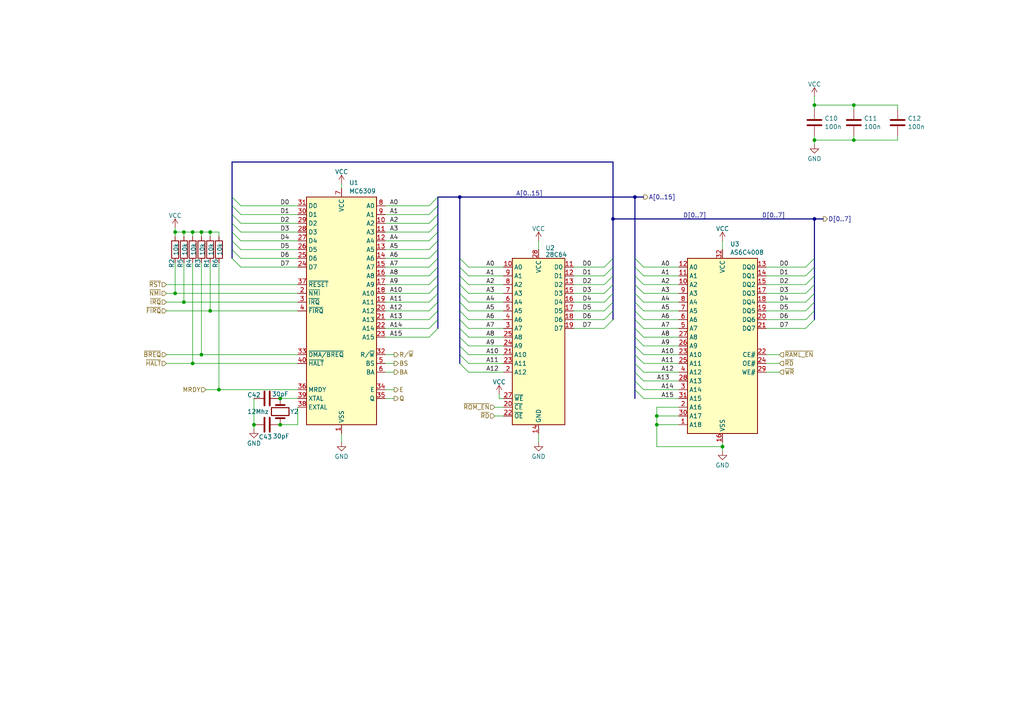
<source format=kicad_sch>
(kicad_sch
	(version 20231120)
	(generator "eeschema")
	(generator_version "8.0")
	(uuid "877e9259-a2ed-4541-9d9e-f148894a1381")
	(paper "A4")
	(lib_symbols
		(symbol "CPU_NXP_6800:MC6809"
			(exclude_from_sim no)
			(in_bom yes)
			(on_board yes)
			(property "Reference" "U"
				(at -7.62 34.29 0)
				(effects
					(font
						(size 1.27 1.27)
					)
					(justify right)
				)
			)
			(property "Value" "MC6809"
				(at 10.16 34.29 0)
				(effects
					(font
						(size 1.27 1.27)
					)
					(justify right)
				)
			)
			(property "Footprint" "Package_DIP:DIP-40_W15.24mm"
				(at 0 -38.1 0)
				(effects
					(font
						(size 1.27 1.27)
					)
					(hide yes)
				)
			)
			(property "Datasheet" "http://pdf.datasheetcatalog.com/datasheet/motorola/MC68B09S.pdf"
				(at 0 0 0)
				(effects
					(font
						(size 1.27 1.27)
					)
					(hide yes)
				)
			)
			(property "Description" "8-Bit Microprocessing unit 1.0MHz, DIP-40"
				(at 0 0 0)
				(effects
					(font
						(size 1.27 1.27)
					)
					(hide yes)
				)
			)
			(property "ki_keywords" "MCU"
				(at 0 0 0)
				(effects
					(font
						(size 1.27 1.27)
					)
					(hide yes)
				)
			)
			(property "ki_fp_filters" "DIP*W15.24mm*"
				(at 0 0 0)
				(effects
					(font
						(size 1.27 1.27)
					)
					(hide yes)
				)
			)
			(symbol "MC6809_0_1"
				(rectangle
					(start -10.16 -33.02)
					(end 10.16 33.02)
					(stroke
						(width 0.254)
						(type default)
					)
					(fill
						(type background)
					)
				)
			)
			(symbol "MC6809_1_1"
				(pin power_in line
					(at 0 -35.56 90)
					(length 2.54)
					(name "VSS"
						(effects
							(font
								(size 1.27 1.27)
							)
						)
					)
					(number "1"
						(effects
							(font
								(size 1.27 1.27)
							)
						)
					)
				)
				(pin output line
					(at 12.7 25.4 180)
					(length 2.54)
					(name "A2"
						(effects
							(font
								(size 1.27 1.27)
							)
						)
					)
					(number "10"
						(effects
							(font
								(size 1.27 1.27)
							)
						)
					)
				)
				(pin output line
					(at 12.7 22.86 180)
					(length 2.54)
					(name "A3"
						(effects
							(font
								(size 1.27 1.27)
							)
						)
					)
					(number "11"
						(effects
							(font
								(size 1.27 1.27)
							)
						)
					)
				)
				(pin output line
					(at 12.7 20.32 180)
					(length 2.54)
					(name "A4"
						(effects
							(font
								(size 1.27 1.27)
							)
						)
					)
					(number "12"
						(effects
							(font
								(size 1.27 1.27)
							)
						)
					)
				)
				(pin output line
					(at 12.7 17.78 180)
					(length 2.54)
					(name "A5"
						(effects
							(font
								(size 1.27 1.27)
							)
						)
					)
					(number "13"
						(effects
							(font
								(size 1.27 1.27)
							)
						)
					)
				)
				(pin output line
					(at 12.7 15.24 180)
					(length 2.54)
					(name "A6"
						(effects
							(font
								(size 1.27 1.27)
							)
						)
					)
					(number "14"
						(effects
							(font
								(size 1.27 1.27)
							)
						)
					)
				)
				(pin output line
					(at 12.7 12.7 180)
					(length 2.54)
					(name "A7"
						(effects
							(font
								(size 1.27 1.27)
							)
						)
					)
					(number "15"
						(effects
							(font
								(size 1.27 1.27)
							)
						)
					)
				)
				(pin output line
					(at 12.7 10.16 180)
					(length 2.54)
					(name "A8"
						(effects
							(font
								(size 1.27 1.27)
							)
						)
					)
					(number "16"
						(effects
							(font
								(size 1.27 1.27)
							)
						)
					)
				)
				(pin output line
					(at 12.7 7.62 180)
					(length 2.54)
					(name "A9"
						(effects
							(font
								(size 1.27 1.27)
							)
						)
					)
					(number "17"
						(effects
							(font
								(size 1.27 1.27)
							)
						)
					)
				)
				(pin output line
					(at 12.7 5.08 180)
					(length 2.54)
					(name "A10"
						(effects
							(font
								(size 1.27 1.27)
							)
						)
					)
					(number "18"
						(effects
							(font
								(size 1.27 1.27)
							)
						)
					)
				)
				(pin output line
					(at 12.7 2.54 180)
					(length 2.54)
					(name "A11"
						(effects
							(font
								(size 1.27 1.27)
							)
						)
					)
					(number "19"
						(effects
							(font
								(size 1.27 1.27)
							)
						)
					)
				)
				(pin input line
					(at -12.7 5.08 0)
					(length 2.54)
					(name "~{NMI}"
						(effects
							(font
								(size 1.27 1.27)
							)
						)
					)
					(number "2"
						(effects
							(font
								(size 1.27 1.27)
							)
						)
					)
				)
				(pin output line
					(at 12.7 0 180)
					(length 2.54)
					(name "A12"
						(effects
							(font
								(size 1.27 1.27)
							)
						)
					)
					(number "20"
						(effects
							(font
								(size 1.27 1.27)
							)
						)
					)
				)
				(pin output line
					(at 12.7 -2.54 180)
					(length 2.54)
					(name "A13"
						(effects
							(font
								(size 1.27 1.27)
							)
						)
					)
					(number "21"
						(effects
							(font
								(size 1.27 1.27)
							)
						)
					)
				)
				(pin output line
					(at 12.7 -5.08 180)
					(length 2.54)
					(name "A14"
						(effects
							(font
								(size 1.27 1.27)
							)
						)
					)
					(number "22"
						(effects
							(font
								(size 1.27 1.27)
							)
						)
					)
				)
				(pin output line
					(at 12.7 -7.62 180)
					(length 2.54)
					(name "A15"
						(effects
							(font
								(size 1.27 1.27)
							)
						)
					)
					(number "23"
						(effects
							(font
								(size 1.27 1.27)
							)
						)
					)
				)
				(pin bidirectional line
					(at -12.7 12.7 0)
					(length 2.54)
					(name "D7"
						(effects
							(font
								(size 1.27 1.27)
							)
						)
					)
					(number "24"
						(effects
							(font
								(size 1.27 1.27)
							)
						)
					)
				)
				(pin bidirectional line
					(at -12.7 15.24 0)
					(length 2.54)
					(name "D6"
						(effects
							(font
								(size 1.27 1.27)
							)
						)
					)
					(number "25"
						(effects
							(font
								(size 1.27 1.27)
							)
						)
					)
				)
				(pin bidirectional line
					(at -12.7 17.78 0)
					(length 2.54)
					(name "D5"
						(effects
							(font
								(size 1.27 1.27)
							)
						)
					)
					(number "26"
						(effects
							(font
								(size 1.27 1.27)
							)
						)
					)
				)
				(pin bidirectional line
					(at -12.7 20.32 0)
					(length 2.54)
					(name "D4"
						(effects
							(font
								(size 1.27 1.27)
							)
						)
					)
					(number "27"
						(effects
							(font
								(size 1.27 1.27)
							)
						)
					)
				)
				(pin bidirectional line
					(at -12.7 22.86 0)
					(length 2.54)
					(name "D3"
						(effects
							(font
								(size 1.27 1.27)
							)
						)
					)
					(number "28"
						(effects
							(font
								(size 1.27 1.27)
							)
						)
					)
				)
				(pin bidirectional line
					(at -12.7 25.4 0)
					(length 2.54)
					(name "D2"
						(effects
							(font
								(size 1.27 1.27)
							)
						)
					)
					(number "29"
						(effects
							(font
								(size 1.27 1.27)
							)
						)
					)
				)
				(pin input line
					(at -12.7 2.54 0)
					(length 2.54)
					(name "~{IRQ}"
						(effects
							(font
								(size 1.27 1.27)
							)
						)
					)
					(number "3"
						(effects
							(font
								(size 1.27 1.27)
							)
						)
					)
				)
				(pin bidirectional line
					(at -12.7 27.94 0)
					(length 2.54)
					(name "D1"
						(effects
							(font
								(size 1.27 1.27)
							)
						)
					)
					(number "30"
						(effects
							(font
								(size 1.27 1.27)
							)
						)
					)
				)
				(pin bidirectional line
					(at -12.7 30.48 0)
					(length 2.54)
					(name "D0"
						(effects
							(font
								(size 1.27 1.27)
							)
						)
					)
					(number "31"
						(effects
							(font
								(size 1.27 1.27)
							)
						)
					)
				)
				(pin output line
					(at 12.7 -12.7 180)
					(length 2.54)
					(name "R/~{W}"
						(effects
							(font
								(size 1.27 1.27)
							)
						)
					)
					(number "32"
						(effects
							(font
								(size 1.27 1.27)
							)
						)
					)
				)
				(pin input line
					(at -12.7 -12.7 0)
					(length 2.54)
					(name "~{DMA/BREQ}"
						(effects
							(font
								(size 1.27 1.27)
							)
						)
					)
					(number "33"
						(effects
							(font
								(size 1.27 1.27)
							)
						)
					)
				)
				(pin output line
					(at 12.7 -22.86 180)
					(length 2.54)
					(name "E"
						(effects
							(font
								(size 1.27 1.27)
							)
						)
					)
					(number "34"
						(effects
							(font
								(size 1.27 1.27)
							)
						)
					)
				)
				(pin output line
					(at 12.7 -25.4 180)
					(length 2.54)
					(name "Q"
						(effects
							(font
								(size 1.27 1.27)
							)
						)
					)
					(number "35"
						(effects
							(font
								(size 1.27 1.27)
							)
						)
					)
				)
				(pin input line
					(at -12.7 -22.86 0)
					(length 2.54)
					(name "MRDY"
						(effects
							(font
								(size 1.27 1.27)
							)
						)
					)
					(number "36"
						(effects
							(font
								(size 1.27 1.27)
							)
						)
					)
				)
				(pin input line
					(at -12.7 7.62 0)
					(length 2.54)
					(name "~{RESET}"
						(effects
							(font
								(size 1.27 1.27)
							)
						)
					)
					(number "37"
						(effects
							(font
								(size 1.27 1.27)
							)
						)
					)
				)
				(pin input line
					(at -12.7 -27.94 0)
					(length 2.54)
					(name "EXTAL"
						(effects
							(font
								(size 1.27 1.27)
							)
						)
					)
					(number "38"
						(effects
							(font
								(size 1.27 1.27)
							)
						)
					)
				)
				(pin input line
					(at -12.7 -25.4 0)
					(length 2.54)
					(name "XTAL"
						(effects
							(font
								(size 1.27 1.27)
							)
						)
					)
					(number "39"
						(effects
							(font
								(size 1.27 1.27)
							)
						)
					)
				)
				(pin input line
					(at -12.7 0 0)
					(length 2.54)
					(name "~{FIRQ}"
						(effects
							(font
								(size 1.27 1.27)
							)
						)
					)
					(number "4"
						(effects
							(font
								(size 1.27 1.27)
							)
						)
					)
				)
				(pin input line
					(at -12.7 -15.24 0)
					(length 2.54)
					(name "~{HALT}"
						(effects
							(font
								(size 1.27 1.27)
							)
						)
					)
					(number "40"
						(effects
							(font
								(size 1.27 1.27)
							)
						)
					)
				)
				(pin output line
					(at 12.7 -15.24 180)
					(length 2.54)
					(name "BS"
						(effects
							(font
								(size 1.27 1.27)
							)
						)
					)
					(number "5"
						(effects
							(font
								(size 1.27 1.27)
							)
						)
					)
				)
				(pin output line
					(at 12.7 -17.78 180)
					(length 2.54)
					(name "BA"
						(effects
							(font
								(size 1.27 1.27)
							)
						)
					)
					(number "6"
						(effects
							(font
								(size 1.27 1.27)
							)
						)
					)
				)
				(pin power_in line
					(at 0 35.56 270)
					(length 2.54)
					(name "VCC"
						(effects
							(font
								(size 1.27 1.27)
							)
						)
					)
					(number "7"
						(effects
							(font
								(size 1.27 1.27)
							)
						)
					)
				)
				(pin output line
					(at 12.7 30.48 180)
					(length 2.54)
					(name "A0"
						(effects
							(font
								(size 1.27 1.27)
							)
						)
					)
					(number "8"
						(effects
							(font
								(size 1.27 1.27)
							)
						)
					)
				)
				(pin output line
					(at 12.7 27.94 180)
					(length 2.54)
					(name "A1"
						(effects
							(font
								(size 1.27 1.27)
							)
						)
					)
					(number "9"
						(effects
							(font
								(size 1.27 1.27)
							)
						)
					)
				)
			)
		)
		(symbol "Device:C"
			(pin_numbers hide)
			(pin_names
				(offset 0.254)
			)
			(exclude_from_sim no)
			(in_bom yes)
			(on_board yes)
			(property "Reference" "C"
				(at 0.635 2.54 0)
				(effects
					(font
						(size 1.27 1.27)
					)
					(justify left)
				)
			)
			(property "Value" "C"
				(at 0.635 -2.54 0)
				(effects
					(font
						(size 1.27 1.27)
					)
					(justify left)
				)
			)
			(property "Footprint" ""
				(at 0.9652 -3.81 0)
				(effects
					(font
						(size 1.27 1.27)
					)
					(hide yes)
				)
			)
			(property "Datasheet" "~"
				(at 0 0 0)
				(effects
					(font
						(size 1.27 1.27)
					)
					(hide yes)
				)
			)
			(property "Description" "Unpolarized capacitor"
				(at 0 0 0)
				(effects
					(font
						(size 1.27 1.27)
					)
					(hide yes)
				)
			)
			(property "ki_keywords" "cap capacitor"
				(at 0 0 0)
				(effects
					(font
						(size 1.27 1.27)
					)
					(hide yes)
				)
			)
			(property "ki_fp_filters" "C_*"
				(at 0 0 0)
				(effects
					(font
						(size 1.27 1.27)
					)
					(hide yes)
				)
			)
			(symbol "C_0_1"
				(polyline
					(pts
						(xy -2.032 -0.762) (xy 2.032 -0.762)
					)
					(stroke
						(width 0.508)
						(type default)
					)
					(fill
						(type none)
					)
				)
				(polyline
					(pts
						(xy -2.032 0.762) (xy 2.032 0.762)
					)
					(stroke
						(width 0.508)
						(type default)
					)
					(fill
						(type none)
					)
				)
			)
			(symbol "C_1_1"
				(pin passive line
					(at 0 3.81 270)
					(length 2.794)
					(name "~"
						(effects
							(font
								(size 1.27 1.27)
							)
						)
					)
					(number "1"
						(effects
							(font
								(size 1.27 1.27)
							)
						)
					)
				)
				(pin passive line
					(at 0 -3.81 90)
					(length 2.794)
					(name "~"
						(effects
							(font
								(size 1.27 1.27)
							)
						)
					)
					(number "2"
						(effects
							(font
								(size 1.27 1.27)
							)
						)
					)
				)
			)
		)
		(symbol "Device:Crystal"
			(pin_numbers hide)
			(pin_names
				(offset 1.016) hide)
			(exclude_from_sim no)
			(in_bom yes)
			(on_board yes)
			(property "Reference" "Y"
				(at 0 3.81 0)
				(effects
					(font
						(size 1.27 1.27)
					)
				)
			)
			(property "Value" "Crystal"
				(at 0 -3.81 0)
				(effects
					(font
						(size 1.27 1.27)
					)
				)
			)
			(property "Footprint" ""
				(at 0 0 0)
				(effects
					(font
						(size 1.27 1.27)
					)
					(hide yes)
				)
			)
			(property "Datasheet" "~"
				(at 0 0 0)
				(effects
					(font
						(size 1.27 1.27)
					)
					(hide yes)
				)
			)
			(property "Description" "Two pin crystal"
				(at 0 0 0)
				(effects
					(font
						(size 1.27 1.27)
					)
					(hide yes)
				)
			)
			(property "ki_keywords" "quartz ceramic resonator oscillator"
				(at 0 0 0)
				(effects
					(font
						(size 1.27 1.27)
					)
					(hide yes)
				)
			)
			(property "ki_fp_filters" "Crystal*"
				(at 0 0 0)
				(effects
					(font
						(size 1.27 1.27)
					)
					(hide yes)
				)
			)
			(symbol "Crystal_0_1"
				(rectangle
					(start -1.143 2.54)
					(end 1.143 -2.54)
					(stroke
						(width 0.3048)
						(type default)
					)
					(fill
						(type none)
					)
				)
				(polyline
					(pts
						(xy -2.54 0) (xy -1.905 0)
					)
					(stroke
						(width 0)
						(type default)
					)
					(fill
						(type none)
					)
				)
				(polyline
					(pts
						(xy -1.905 -1.27) (xy -1.905 1.27)
					)
					(stroke
						(width 0.508)
						(type default)
					)
					(fill
						(type none)
					)
				)
				(polyline
					(pts
						(xy 1.905 -1.27) (xy 1.905 1.27)
					)
					(stroke
						(width 0.508)
						(type default)
					)
					(fill
						(type none)
					)
				)
				(polyline
					(pts
						(xy 2.54 0) (xy 1.905 0)
					)
					(stroke
						(width 0)
						(type default)
					)
					(fill
						(type none)
					)
				)
			)
			(symbol "Crystal_1_1"
				(pin passive line
					(at -3.81 0 0)
					(length 1.27)
					(name "1"
						(effects
							(font
								(size 1.27 1.27)
							)
						)
					)
					(number "1"
						(effects
							(font
								(size 1.27 1.27)
							)
						)
					)
				)
				(pin passive line
					(at 3.81 0 180)
					(length 1.27)
					(name "2"
						(effects
							(font
								(size 1.27 1.27)
							)
						)
					)
					(number "2"
						(effects
							(font
								(size 1.27 1.27)
							)
						)
					)
				)
			)
		)
		(symbol "Device:R"
			(pin_numbers hide)
			(pin_names
				(offset 0)
			)
			(exclude_from_sim no)
			(in_bom yes)
			(on_board yes)
			(property "Reference" "R"
				(at 2.032 0 90)
				(effects
					(font
						(size 1.27 1.27)
					)
				)
			)
			(property "Value" "R"
				(at 0 0 90)
				(effects
					(font
						(size 1.27 1.27)
					)
				)
			)
			(property "Footprint" ""
				(at -1.778 0 90)
				(effects
					(font
						(size 1.27 1.27)
					)
					(hide yes)
				)
			)
			(property "Datasheet" "~"
				(at 0 0 0)
				(effects
					(font
						(size 1.27 1.27)
					)
					(hide yes)
				)
			)
			(property "Description" "Resistor"
				(at 0 0 0)
				(effects
					(font
						(size 1.27 1.27)
					)
					(hide yes)
				)
			)
			(property "ki_keywords" "R res resistor"
				(at 0 0 0)
				(effects
					(font
						(size 1.27 1.27)
					)
					(hide yes)
				)
			)
			(property "ki_fp_filters" "R_*"
				(at 0 0 0)
				(effects
					(font
						(size 1.27 1.27)
					)
					(hide yes)
				)
			)
			(symbol "R_0_1"
				(rectangle
					(start -1.016 -2.54)
					(end 1.016 2.54)
					(stroke
						(width 0.254)
						(type default)
					)
					(fill
						(type none)
					)
				)
			)
			(symbol "R_1_1"
				(pin passive line
					(at 0 3.81 270)
					(length 1.27)
					(name "~"
						(effects
							(font
								(size 1.27 1.27)
							)
						)
					)
					(number "1"
						(effects
							(font
								(size 1.27 1.27)
							)
						)
					)
				)
				(pin passive line
					(at 0 -3.81 90)
					(length 1.27)
					(name "~"
						(effects
							(font
								(size 1.27 1.27)
							)
						)
					)
					(number "2"
						(effects
							(font
								(size 1.27 1.27)
							)
						)
					)
				)
			)
		)
		(symbol "Memory_EPROM:27C64"
			(exclude_from_sim no)
			(in_bom yes)
			(on_board yes)
			(property "Reference" "U2"
				(at 1.9559 25.8699 0)
				(effects
					(font
						(size 1.27 1.27)
					)
					(justify left)
				)
			)
			(property "Value" "28C64"
				(at 1.9559 23.9489 0)
				(effects
					(font
						(size 1.27 1.27)
					)
					(justify left)
				)
			)
			(property "Footprint" "Package_DIP:DIP-28_W15.24mm"
				(at 0 0 0)
				(effects
					(font
						(size 1.27 1.27)
					)
					(hide yes)
				)
			)
			(property "Datasheet" "http://ww1.microchip.com/downloads/en/DeviceDoc/11107M.pdf"
				(at 0 0 0)
				(effects
					(font
						(size 1.27 1.27)
					)
					(hide yes)
				)
			)
			(property "Description" "OTP EPROM 64 KiBit, [Obsolete 2004-01]"
				(at 0 0 0)
				(effects
					(font
						(size 1.27 1.27)
					)
					(hide yes)
				)
			)
			(property "ki_keywords" "OTP EPROM 64KiBit"
				(at 0 0 0)
				(effects
					(font
						(size 1.27 1.27)
					)
					(hide yes)
				)
			)
			(property "ki_fp_filters" "DIP*W15.24mm*"
				(at 0 0 0)
				(effects
					(font
						(size 1.27 1.27)
					)
					(hide yes)
				)
			)
			(symbol "27C64_1_1"
				(rectangle
					(start -7.62 22.86)
					(end 7.62 -25.4)
					(stroke
						(width 0.254)
						(type default)
					)
					(fill
						(type background)
					)
				)
				(pin input line
					(at -10.16 20.32 0)
					(length 2.54)
					(name "A0"
						(effects
							(font
								(size 1.27 1.27)
							)
						)
					)
					(number "10"
						(effects
							(font
								(size 1.27 1.27)
							)
						)
					)
				)
				(pin tri_state line
					(at 10.16 20.32 180)
					(length 2.54)
					(name "D0"
						(effects
							(font
								(size 1.27 1.27)
							)
						)
					)
					(number "11"
						(effects
							(font
								(size 1.27 1.27)
							)
						)
					)
				)
				(pin tri_state line
					(at 10.16 17.78 180)
					(length 2.54)
					(name "D1"
						(effects
							(font
								(size 1.27 1.27)
							)
						)
					)
					(number "12"
						(effects
							(font
								(size 1.27 1.27)
							)
						)
					)
				)
				(pin tri_state line
					(at 10.16 15.24 180)
					(length 2.54)
					(name "D2"
						(effects
							(font
								(size 1.27 1.27)
							)
						)
					)
					(number "13"
						(effects
							(font
								(size 1.27 1.27)
							)
						)
					)
				)
				(pin power_in line
					(at 0 -27.94 90)
					(length 2.54)
					(name "GND"
						(effects
							(font
								(size 1.27 1.27)
							)
						)
					)
					(number "14"
						(effects
							(font
								(size 1.27 1.27)
							)
						)
					)
				)
				(pin tri_state line
					(at 10.16 12.7 180)
					(length 2.54)
					(name "D3"
						(effects
							(font
								(size 1.27 1.27)
							)
						)
					)
					(number "15"
						(effects
							(font
								(size 1.27 1.27)
							)
						)
					)
				)
				(pin tri_state line
					(at 10.16 10.16 180)
					(length 2.54)
					(name "D4"
						(effects
							(font
								(size 1.27 1.27)
							)
						)
					)
					(number "16"
						(effects
							(font
								(size 1.27 1.27)
							)
						)
					)
				)
				(pin tri_state line
					(at 10.16 7.62 180)
					(length 2.54)
					(name "D5"
						(effects
							(font
								(size 1.27 1.27)
							)
						)
					)
					(number "17"
						(effects
							(font
								(size 1.27 1.27)
							)
						)
					)
				)
				(pin tri_state line
					(at 10.16 5.08 180)
					(length 2.54)
					(name "D6"
						(effects
							(font
								(size 1.27 1.27)
							)
						)
					)
					(number "18"
						(effects
							(font
								(size 1.27 1.27)
							)
						)
					)
				)
				(pin tri_state line
					(at 10.16 2.54 180)
					(length 2.54)
					(name "D7"
						(effects
							(font
								(size 1.27 1.27)
							)
						)
					)
					(number "19"
						(effects
							(font
								(size 1.27 1.27)
							)
						)
					)
				)
				(pin input line
					(at -10.16 -10.16 0)
					(length 2.54)
					(name "A12"
						(effects
							(font
								(size 1.27 1.27)
							)
						)
					)
					(number "2"
						(effects
							(font
								(size 1.27 1.27)
							)
						)
					)
				)
				(pin input line
					(at -10.16 -20.32 0)
					(length 2.54)
					(name "~{CE}"
						(effects
							(font
								(size 1.27 1.27)
							)
						)
					)
					(number "20"
						(effects
							(font
								(size 1.27 1.27)
							)
						)
					)
				)
				(pin input line
					(at -10.16 -5.08 0)
					(length 2.54)
					(name "A10"
						(effects
							(font
								(size 1.27 1.27)
							)
						)
					)
					(number "21"
						(effects
							(font
								(size 1.27 1.27)
							)
						)
					)
				)
				(pin input line
					(at -10.16 -22.86 0)
					(length 2.54)
					(name "~{OE}"
						(effects
							(font
								(size 1.27 1.27)
							)
						)
					)
					(number "22"
						(effects
							(font
								(size 1.27 1.27)
							)
						)
					)
				)
				(pin input line
					(at -10.16 -7.62 0)
					(length 2.54)
					(name "A11"
						(effects
							(font
								(size 1.27 1.27)
							)
						)
					)
					(number "23"
						(effects
							(font
								(size 1.27 1.27)
							)
						)
					)
				)
				(pin input line
					(at -10.16 -2.54 0)
					(length 2.54)
					(name "A9"
						(effects
							(font
								(size 1.27 1.27)
							)
						)
					)
					(number "24"
						(effects
							(font
								(size 1.27 1.27)
							)
						)
					)
				)
				(pin input line
					(at -10.16 0 0)
					(length 2.54)
					(name "A8"
						(effects
							(font
								(size 1.27 1.27)
							)
						)
					)
					(number "25"
						(effects
							(font
								(size 1.27 1.27)
							)
						)
					)
				)
				(pin no_connect line
					(at 7.62 0 180)
					(length 2.54) hide
					(name "NC"
						(effects
							(font
								(size 1.27 1.27)
							)
						)
					)
					(number "26"
						(effects
							(font
								(size 1.27 1.27)
							)
						)
					)
				)
				(pin input line
					(at -10.16 -17.78 0)
					(length 2.54)
					(name "~{WE}"
						(effects
							(font
								(size 1.27 1.27)
							)
						)
					)
					(number "27"
						(effects
							(font
								(size 1.27 1.27)
							)
						)
					)
				)
				(pin power_in line
					(at 0 25.4 270)
					(length 2.54)
					(name "VCC"
						(effects
							(font
								(size 1.27 1.27)
							)
						)
					)
					(number "28"
						(effects
							(font
								(size 1.27 1.27)
							)
						)
					)
				)
				(pin input line
					(at -10.16 2.54 0)
					(length 2.54)
					(name "A7"
						(effects
							(font
								(size 1.27 1.27)
							)
						)
					)
					(number "3"
						(effects
							(font
								(size 1.27 1.27)
							)
						)
					)
				)
				(pin input line
					(at -10.16 5.08 0)
					(length 2.54)
					(name "A6"
						(effects
							(font
								(size 1.27 1.27)
							)
						)
					)
					(number "4"
						(effects
							(font
								(size 1.27 1.27)
							)
						)
					)
				)
				(pin input line
					(at -10.16 7.62 0)
					(length 2.54)
					(name "A5"
						(effects
							(font
								(size 1.27 1.27)
							)
						)
					)
					(number "5"
						(effects
							(font
								(size 1.27 1.27)
							)
						)
					)
				)
				(pin input line
					(at -10.16 10.16 0)
					(length 2.54)
					(name "A4"
						(effects
							(font
								(size 1.27 1.27)
							)
						)
					)
					(number "6"
						(effects
							(font
								(size 1.27 1.27)
							)
						)
					)
				)
				(pin input line
					(at -10.16 12.7 0)
					(length 2.54)
					(name "A3"
						(effects
							(font
								(size 1.27 1.27)
							)
						)
					)
					(number "7"
						(effects
							(font
								(size 1.27 1.27)
							)
						)
					)
				)
				(pin input line
					(at -10.16 15.24 0)
					(length 2.54)
					(name "A2"
						(effects
							(font
								(size 1.27 1.27)
							)
						)
					)
					(number "8"
						(effects
							(font
								(size 1.27 1.27)
							)
						)
					)
				)
				(pin input line
					(at -10.16 17.78 0)
					(length 2.54)
					(name "A1"
						(effects
							(font
								(size 1.27 1.27)
							)
						)
					)
					(number "9"
						(effects
							(font
								(size 1.27 1.27)
							)
						)
					)
				)
			)
		)
		(symbol "Memory_RAM:AS6C4008-55PCN"
			(exclude_from_sim no)
			(in_bom yes)
			(on_board yes)
			(property "Reference" "U"
				(at -10.16 26.035 0)
				(effects
					(font
						(size 1.27 1.27)
					)
					(justify left bottom)
				)
			)
			(property "Value" "AS6C4008-55PCN"
				(at 2.54 26.035 0)
				(effects
					(font
						(size 1.27 1.27)
					)
					(justify left bottom)
				)
			)
			(property "Footprint" "Package_DIP:DIP-32_W15.24mm"
				(at 0 2.54 0)
				(effects
					(font
						(size 1.27 1.27)
					)
					(hide yes)
				)
			)
			(property "Datasheet" "https://www.alliancememory.com/wp-content/uploads/pdf/AS6C4008.pdf"
				(at 0 2.54 0)
				(effects
					(font
						(size 1.27 1.27)
					)
					(hide yes)
				)
			)
			(property "Description" "512K x 8 Low Power CMOS RAM, DIP-32"
				(at 0 0 0)
				(effects
					(font
						(size 1.27 1.27)
					)
					(hide yes)
				)
			)
			(property "ki_keywords" "RAM SRAM CMOS MEMORY"
				(at 0 0 0)
				(effects
					(font
						(size 1.27 1.27)
					)
					(hide yes)
				)
			)
			(property "ki_fp_filters" "DIP*W15.24mm*"
				(at 0 0 0)
				(effects
					(font
						(size 1.27 1.27)
					)
					(hide yes)
				)
			)
			(symbol "AS6C4008-55PCN_0_0"
				(pin power_in line
					(at 0 -27.94 90)
					(length 2.54)
					(name "VSS"
						(effects
							(font
								(size 1.27 1.27)
							)
						)
					)
					(number "16"
						(effects
							(font
								(size 1.27 1.27)
							)
						)
					)
				)
				(pin power_in line
					(at 0 27.94 270)
					(length 2.54)
					(name "VCC"
						(effects
							(font
								(size 1.27 1.27)
							)
						)
					)
					(number "32"
						(effects
							(font
								(size 1.27 1.27)
							)
						)
					)
				)
			)
			(symbol "AS6C4008-55PCN_0_1"
				(rectangle
					(start -10.16 25.4)
					(end 10.16 -25.4)
					(stroke
						(width 0.254)
						(type default)
					)
					(fill
						(type background)
					)
				)
			)
			(symbol "AS6C4008-55PCN_1_1"
				(pin input line
					(at -12.7 -22.86 0)
					(length 2.54)
					(name "A18"
						(effects
							(font
								(size 1.27 1.27)
							)
						)
					)
					(number "1"
						(effects
							(font
								(size 1.27 1.27)
							)
						)
					)
				)
				(pin input line
					(at -12.7 17.78 0)
					(length 2.54)
					(name "A2"
						(effects
							(font
								(size 1.27 1.27)
							)
						)
					)
					(number "10"
						(effects
							(font
								(size 1.27 1.27)
							)
						)
					)
				)
				(pin input line
					(at -12.7 20.32 0)
					(length 2.54)
					(name "A1"
						(effects
							(font
								(size 1.27 1.27)
							)
						)
					)
					(number "11"
						(effects
							(font
								(size 1.27 1.27)
							)
						)
					)
				)
				(pin input line
					(at -12.7 22.86 0)
					(length 2.54)
					(name "A0"
						(effects
							(font
								(size 1.27 1.27)
							)
						)
					)
					(number "12"
						(effects
							(font
								(size 1.27 1.27)
							)
						)
					)
				)
				(pin tri_state line
					(at 12.7 22.86 180)
					(length 2.54)
					(name "DQ0"
						(effects
							(font
								(size 1.27 1.27)
							)
						)
					)
					(number "13"
						(effects
							(font
								(size 1.27 1.27)
							)
						)
					)
				)
				(pin tri_state line
					(at 12.7 20.32 180)
					(length 2.54)
					(name "DQ1"
						(effects
							(font
								(size 1.27 1.27)
							)
						)
					)
					(number "14"
						(effects
							(font
								(size 1.27 1.27)
							)
						)
					)
				)
				(pin tri_state line
					(at 12.7 17.78 180)
					(length 2.54)
					(name "DQ2"
						(effects
							(font
								(size 1.27 1.27)
							)
						)
					)
					(number "15"
						(effects
							(font
								(size 1.27 1.27)
							)
						)
					)
				)
				(pin tri_state line
					(at 12.7 15.24 180)
					(length 2.54)
					(name "DQ3"
						(effects
							(font
								(size 1.27 1.27)
							)
						)
					)
					(number "17"
						(effects
							(font
								(size 1.27 1.27)
							)
						)
					)
				)
				(pin tri_state line
					(at 12.7 12.7 180)
					(length 2.54)
					(name "DQ4"
						(effects
							(font
								(size 1.27 1.27)
							)
						)
					)
					(number "18"
						(effects
							(font
								(size 1.27 1.27)
							)
						)
					)
				)
				(pin tri_state line
					(at 12.7 10.16 180)
					(length 2.54)
					(name "DQ5"
						(effects
							(font
								(size 1.27 1.27)
							)
						)
					)
					(number "19"
						(effects
							(font
								(size 1.27 1.27)
							)
						)
					)
				)
				(pin input line
					(at -12.7 -17.78 0)
					(length 2.54)
					(name "A16"
						(effects
							(font
								(size 1.27 1.27)
							)
						)
					)
					(number "2"
						(effects
							(font
								(size 1.27 1.27)
							)
						)
					)
				)
				(pin tri_state line
					(at 12.7 7.62 180)
					(length 2.54)
					(name "DQ6"
						(effects
							(font
								(size 1.27 1.27)
							)
						)
					)
					(number "20"
						(effects
							(font
								(size 1.27 1.27)
							)
						)
					)
				)
				(pin tri_state line
					(at 12.7 5.08 180)
					(length 2.54)
					(name "DQ7"
						(effects
							(font
								(size 1.27 1.27)
							)
						)
					)
					(number "21"
						(effects
							(font
								(size 1.27 1.27)
							)
						)
					)
				)
				(pin input line
					(at 12.7 -2.54 180)
					(length 2.54)
					(name "CE#"
						(effects
							(font
								(size 1.27 1.27)
							)
						)
					)
					(number "22"
						(effects
							(font
								(size 1.27 1.27)
							)
						)
					)
				)
				(pin input line
					(at -12.7 -2.54 0)
					(length 2.54)
					(name "A10"
						(effects
							(font
								(size 1.27 1.27)
							)
						)
					)
					(number "23"
						(effects
							(font
								(size 1.27 1.27)
							)
						)
					)
				)
				(pin input line
					(at 12.7 -5.08 180)
					(length 2.54)
					(name "OE#"
						(effects
							(font
								(size 1.27 1.27)
							)
						)
					)
					(number "24"
						(effects
							(font
								(size 1.27 1.27)
							)
						)
					)
				)
				(pin input line
					(at -12.7 -5.08 0)
					(length 2.54)
					(name "A11"
						(effects
							(font
								(size 1.27 1.27)
							)
						)
					)
					(number "25"
						(effects
							(font
								(size 1.27 1.27)
							)
						)
					)
				)
				(pin input line
					(at -12.7 0 0)
					(length 2.54)
					(name "A9"
						(effects
							(font
								(size 1.27 1.27)
							)
						)
					)
					(number "26"
						(effects
							(font
								(size 1.27 1.27)
							)
						)
					)
				)
				(pin input line
					(at -12.7 2.54 0)
					(length 2.54)
					(name "A8"
						(effects
							(font
								(size 1.27 1.27)
							)
						)
					)
					(number "27"
						(effects
							(font
								(size 1.27 1.27)
							)
						)
					)
				)
				(pin input line
					(at -12.7 -10.16 0)
					(length 2.54)
					(name "A13"
						(effects
							(font
								(size 1.27 1.27)
							)
						)
					)
					(number "28"
						(effects
							(font
								(size 1.27 1.27)
							)
						)
					)
				)
				(pin input line
					(at 12.7 -7.62 180)
					(length 2.54)
					(name "WE#"
						(effects
							(font
								(size 1.27 1.27)
							)
						)
					)
					(number "29"
						(effects
							(font
								(size 1.27 1.27)
							)
						)
					)
				)
				(pin input line
					(at -12.7 -12.7 0)
					(length 2.54)
					(name "A14"
						(effects
							(font
								(size 1.27 1.27)
							)
						)
					)
					(number "3"
						(effects
							(font
								(size 1.27 1.27)
							)
						)
					)
				)
				(pin input line
					(at -12.7 -20.32 0)
					(length 2.54)
					(name "A17"
						(effects
							(font
								(size 1.27 1.27)
							)
						)
					)
					(number "30"
						(effects
							(font
								(size 1.27 1.27)
							)
						)
					)
				)
				(pin input line
					(at -12.7 -15.24 0)
					(length 2.54)
					(name "A15"
						(effects
							(font
								(size 1.27 1.27)
							)
						)
					)
					(number "31"
						(effects
							(font
								(size 1.27 1.27)
							)
						)
					)
				)
				(pin input line
					(at -12.7 -7.62 0)
					(length 2.54)
					(name "A12"
						(effects
							(font
								(size 1.27 1.27)
							)
						)
					)
					(number "4"
						(effects
							(font
								(size 1.27 1.27)
							)
						)
					)
				)
				(pin input line
					(at -12.7 5.08 0)
					(length 2.54)
					(name "A7"
						(effects
							(font
								(size 1.27 1.27)
							)
						)
					)
					(number "5"
						(effects
							(font
								(size 1.27 1.27)
							)
						)
					)
				)
				(pin input line
					(at -12.7 7.62 0)
					(length 2.54)
					(name "A6"
						(effects
							(font
								(size 1.27 1.27)
							)
						)
					)
					(number "6"
						(effects
							(font
								(size 1.27 1.27)
							)
						)
					)
				)
				(pin input line
					(at -12.7 10.16 0)
					(length 2.54)
					(name "A5"
						(effects
							(font
								(size 1.27 1.27)
							)
						)
					)
					(number "7"
						(effects
							(font
								(size 1.27 1.27)
							)
						)
					)
				)
				(pin input line
					(at -12.7 12.7 0)
					(length 2.54)
					(name "A4"
						(effects
							(font
								(size 1.27 1.27)
							)
						)
					)
					(number "8"
						(effects
							(font
								(size 1.27 1.27)
							)
						)
					)
				)
				(pin input line
					(at -12.7 15.24 0)
					(length 2.54)
					(name "A3"
						(effects
							(font
								(size 1.27 1.27)
							)
						)
					)
					(number "9"
						(effects
							(font
								(size 1.27 1.27)
							)
						)
					)
				)
			)
		)
		(symbol "power:GND"
			(power)
			(pin_names
				(offset 0)
			)
			(exclude_from_sim no)
			(in_bom yes)
			(on_board yes)
			(property "Reference" "#PWR"
				(at 0 -6.35 0)
				(effects
					(font
						(size 1.27 1.27)
					)
					(hide yes)
				)
			)
			(property "Value" "GND"
				(at 0 -3.81 0)
				(effects
					(font
						(size 1.27 1.27)
					)
				)
			)
			(property "Footprint" ""
				(at 0 0 0)
				(effects
					(font
						(size 1.27 1.27)
					)
					(hide yes)
				)
			)
			(property "Datasheet" ""
				(at 0 0 0)
				(effects
					(font
						(size 1.27 1.27)
					)
					(hide yes)
				)
			)
			(property "Description" "Power symbol creates a global label with name \"GND\" , ground"
				(at 0 0 0)
				(effects
					(font
						(size 1.27 1.27)
					)
					(hide yes)
				)
			)
			(property "ki_keywords" "global power"
				(at 0 0 0)
				(effects
					(font
						(size 1.27 1.27)
					)
					(hide yes)
				)
			)
			(symbol "GND_0_1"
				(polyline
					(pts
						(xy 0 0) (xy 0 -1.27) (xy 1.27 -1.27) (xy 0 -2.54) (xy -1.27 -1.27) (xy 0 -1.27)
					)
					(stroke
						(width 0)
						(type default)
					)
					(fill
						(type none)
					)
				)
			)
			(symbol "GND_1_1"
				(pin power_in line
					(at 0 0 270)
					(length 0) hide
					(name "GND"
						(effects
							(font
								(size 1.27 1.27)
							)
						)
					)
					(number "1"
						(effects
							(font
								(size 1.27 1.27)
							)
						)
					)
				)
			)
		)
		(symbol "power:VCC"
			(power)
			(pin_names
				(offset 0)
			)
			(exclude_from_sim no)
			(in_bom yes)
			(on_board yes)
			(property "Reference" "#PWR"
				(at 0 -3.81 0)
				(effects
					(font
						(size 1.27 1.27)
					)
					(hide yes)
				)
			)
			(property "Value" "VCC"
				(at 0 3.81 0)
				(effects
					(font
						(size 1.27 1.27)
					)
				)
			)
			(property "Footprint" ""
				(at 0 0 0)
				(effects
					(font
						(size 1.27 1.27)
					)
					(hide yes)
				)
			)
			(property "Datasheet" ""
				(at 0 0 0)
				(effects
					(font
						(size 1.27 1.27)
					)
					(hide yes)
				)
			)
			(property "Description" "Power symbol creates a global label with name \"VCC\""
				(at 0 0 0)
				(effects
					(font
						(size 1.27 1.27)
					)
					(hide yes)
				)
			)
			(property "ki_keywords" "global power"
				(at 0 0 0)
				(effects
					(font
						(size 1.27 1.27)
					)
					(hide yes)
				)
			)
			(symbol "VCC_0_1"
				(polyline
					(pts
						(xy -0.762 1.27) (xy 0 2.54)
					)
					(stroke
						(width 0)
						(type default)
					)
					(fill
						(type none)
					)
				)
				(polyline
					(pts
						(xy 0 0) (xy 0 2.54)
					)
					(stroke
						(width 0)
						(type default)
					)
					(fill
						(type none)
					)
				)
				(polyline
					(pts
						(xy 0 2.54) (xy 0.762 1.27)
					)
					(stroke
						(width 0)
						(type default)
					)
					(fill
						(type none)
					)
				)
			)
			(symbol "VCC_1_1"
				(pin power_in line
					(at 0 0 90)
					(length 0) hide
					(name "VCC"
						(effects
							(font
								(size 1.27 1.27)
							)
						)
					)
					(number "1"
						(effects
							(font
								(size 1.27 1.27)
							)
						)
					)
				)
			)
		)
	)
	(bus_alias ""
		(members)
	)
	(bus_alias "BUS"
		(members "{A[15..0]" "AM[23..13]" "D[7..0]" "~{RD}" "~{WR}" "E" "Q" "R/~{W}"
			"~{IRQ}" "~{FIRQ}" "~{NMI}" "~{RST}" "~{HALT}" "~{BREQ}" "MRDY" "BS" "BA"
			"~{ROM_EN}" "~{RAML_EN}" "~{RAMH_EN}}"
		)
	)
	(bus_alias "CPU_BUS"
		(members "A[15..0]" "AM[23..13]" "D[7..0]" "~RD" "~WR" "E" "Q" "R/~W" "~IRQ"
			"~FIRQ" "~NMI" "~RST" "~HALT" "~BREQ" "MRDY" "BS" "BA" "~ROM_EN" "~RAML_EN"
			"~RAMH_EN"
		)
	)
	(junction
		(at 236.22 40.64)
		(diameter 0)
		(color 0 0 0 0)
		(uuid "1325b57b-d7ad-44ee-8e2f-e4c31addaf32")
	)
	(junction
		(at 50.8 67.31)
		(diameter 0)
		(color 0 0 0 0)
		(uuid "1491f3b8-13c3-49c2-b811-207d94b2f971")
	)
	(junction
		(at 63.5 113.03)
		(diameter 0)
		(color 0 0 0 0)
		(uuid "24adfa4e-7c87-4130-9f34-9426043199dc")
	)
	(junction
		(at 55.88 105.41)
		(diameter 0)
		(color 0 0 0 0)
		(uuid "26c06ef1-9e6a-4375-96e1-5de0678fe095")
	)
	(junction
		(at 58.42 67.31)
		(diameter 0)
		(color 0 0 0 0)
		(uuid "3a0ac2f7-ad56-483f-8f02-101b7b7aac2a")
	)
	(junction
		(at 236.22 30.48)
		(diameter 0)
		(color 0 0 0 0)
		(uuid "5aab78b6-89d9-4dab-be01-74ad7fbb39cf")
	)
	(junction
		(at 60.96 67.31)
		(diameter 0)
		(color 0 0 0 0)
		(uuid "5e477fcc-5622-4259-a4b6-a922eb56b4d5")
	)
	(junction
		(at 50.8 85.09)
		(diameter 0)
		(color 0 0 0 0)
		(uuid "64a20091-6ac0-46fd-835b-0f861b15dfeb")
	)
	(junction
		(at 60.96 90.17)
		(diameter 0)
		(color 0 0 0 0)
		(uuid "6551c579-a8fe-4ea5-9910-4431f90e421a")
	)
	(junction
		(at 247.65 40.64)
		(diameter 0)
		(color 0 0 0 0)
		(uuid "6d491ced-32ce-49d2-a015-80645a18e346")
	)
	(junction
		(at 209.55 129.54)
		(diameter 0)
		(color 0 0 0 0)
		(uuid "739c0017-460f-411e-bfa0-5aaf70a6aece")
	)
	(junction
		(at 73.66 123.19)
		(diameter 0)
		(color 0 0 0 0)
		(uuid "7e049970-6141-4e0b-8844-adfe1eb4b3de")
	)
	(junction
		(at 133.35 57.15)
		(diameter 0)
		(color 0 0 0 0)
		(uuid "8b240779-1177-4779-b08b-a937355aeb57")
	)
	(junction
		(at 55.88 67.31)
		(diameter 0)
		(color 0 0 0 0)
		(uuid "9b2d5cc7-cf45-4b7d-82a2-38f56b80fc2d")
	)
	(junction
		(at 247.65 30.48)
		(diameter 0)
		(color 0 0 0 0)
		(uuid "a0dd1461-a040-4afa-a3f0-0d5bd4f7bcb7")
	)
	(junction
		(at 81.28 115.57)
		(diameter 0)
		(color 0 0 0 0)
		(uuid "a76bebce-f694-4f09-a1b7-ab42a09d007c")
	)
	(junction
		(at 190.5 123.19)
		(diameter 0)
		(color 0 0 0 0)
		(uuid "bd35713a-a05e-46e1-849c-110085c47075")
	)
	(junction
		(at 236.22 63.5)
		(diameter 0)
		(color 0 0 0 0)
		(uuid "c2509074-bf20-4a3f-961d-dbfb3c6e4ca2")
	)
	(junction
		(at 53.34 87.63)
		(diameter 0)
		(color 0 0 0 0)
		(uuid "d0ee8f05-9563-4450-892d-868fcacf08c4")
	)
	(junction
		(at 184.15 57.15)
		(diameter 0)
		(color 0 0 0 0)
		(uuid "d4abb97b-4a46-45d1-b453-ca028951e5b3")
	)
	(junction
		(at 58.42 102.87)
		(diameter 0)
		(color 0 0 0 0)
		(uuid "dfb29703-3553-4795-a136-cec100870da9")
	)
	(junction
		(at 53.34 67.31)
		(diameter 0)
		(color 0 0 0 0)
		(uuid "f14bc65d-3e2e-4033-ac76-ed55da38bdad")
	)
	(junction
		(at 81.28 123.19)
		(diameter 0)
		(color 0 0 0 0)
		(uuid "f205d52f-02fe-4b12-a9f9-ea2bea2469e1")
	)
	(junction
		(at 190.5 120.65)
		(diameter 0)
		(color 0 0 0 0)
		(uuid "f30c5bbb-7b43-457e-b0b4-37816302584c")
	)
	(junction
		(at 177.8 63.5)
		(diameter 0)
		(color 0 0 0 0)
		(uuid "f5c4ec66-c0f3-4c5f-a79e-358dabe95037")
	)
	(bus_entry
		(at 124.46 62.23)
		(size 2.54 -2.54)
		(stroke
			(width 0)
			(type default)
		)
		(uuid "035c0f85-6cb2-4ea9-a3ac-d92ab6d6f6f6")
	)
	(bus_entry
		(at 133.35 74.93)
		(size 2.54 2.54)
		(stroke
			(width 0)
			(type default)
		)
		(uuid "05ec9a2b-38f3-4d3f-b388-300fa2bdcc6f")
	)
	(bus_entry
		(at 175.26 87.63)
		(size 2.54 -2.54)
		(stroke
			(width 0)
			(type default)
		)
		(uuid "0737ce5b-37e7-43ee-b89b-068ecc5a80df")
	)
	(bus_entry
		(at 175.26 77.47)
		(size 2.54 -2.54)
		(stroke
			(width 0)
			(type default)
		)
		(uuid "07ad1c00-8562-4742-9ad0-499550277f63")
	)
	(bus_entry
		(at 124.46 59.69)
		(size 2.54 -2.54)
		(stroke
			(width 0)
			(type default)
		)
		(uuid "0a490f36-b67c-4faf-8eba-af05604c14e9")
	)
	(bus_entry
		(at 175.26 85.09)
		(size 2.54 -2.54)
		(stroke
			(width 0)
			(type default)
		)
		(uuid "0ddef4d2-c136-4a66-9d6c-3715f36a96d6")
	)
	(bus_entry
		(at 236.22 90.17)
		(size -2.54 2.54)
		(stroke
			(width 0)
			(type default)
		)
		(uuid "0e0d1972-f01e-4fb0-a72e-c7ae9582ef74")
	)
	(bus_entry
		(at 67.31 57.15)
		(size 2.54 2.54)
		(stroke
			(width 0)
			(type default)
		)
		(uuid "11cd4d42-e44e-47b7-83c3-4f220a1fccfb")
	)
	(bus_entry
		(at 184.15 95.25)
		(size 2.54 2.54)
		(stroke
			(width 0)
			(type default)
		)
		(uuid "16590b0d-8c7c-402c-8d8b-29896f9b9a03")
	)
	(bus_entry
		(at 175.26 80.01)
		(size 2.54 -2.54)
		(stroke
			(width 0)
			(type default)
		)
		(uuid "198e93ae-6449-45a5-a989-bf12ee359b0e")
	)
	(bus_entry
		(at 133.35 102.87)
		(size 2.54 2.54)
		(stroke
			(width 0)
			(type default)
		)
		(uuid "1b4f034c-c05f-4e0c-9b72-4f8871e6ccf8")
	)
	(bus_entry
		(at 133.35 100.33)
		(size 2.54 2.54)
		(stroke
			(width 0)
			(type default)
		)
		(uuid "20cb385c-70fe-4754-bd2c-51086e6fa82a")
	)
	(bus_entry
		(at 67.31 67.31)
		(size 2.54 2.54)
		(stroke
			(width 0)
			(type default)
		)
		(uuid "21109f13-d4f5-4aef-8d79-c1c655414472")
	)
	(bus_entry
		(at 124.46 64.77)
		(size 2.54 -2.54)
		(stroke
			(width 0)
			(type default)
		)
		(uuid "221e37d0-91c5-475c-bb0e-2fcb8feaeac6")
	)
	(bus_entry
		(at 124.46 80.01)
		(size 2.54 -2.54)
		(stroke
			(width 0)
			(type default)
		)
		(uuid "2260b474-f6fb-4ac4-9c82-777a1b434fb5")
	)
	(bus_entry
		(at 124.46 90.17)
		(size 2.54 -2.54)
		(stroke
			(width 0)
			(type default)
		)
		(uuid "22b7a45e-e1bc-4e94-8f79-9c334fb166dd")
	)
	(bus_entry
		(at 184.15 110.49)
		(size 2.54 2.54)
		(stroke
			(width 0)
			(type default)
		)
		(uuid "232350d4-09d1-4e9f-b091-dcc7edd8f50d")
	)
	(bus_entry
		(at 124.46 87.63)
		(size 2.54 -2.54)
		(stroke
			(width 0)
			(type default)
		)
		(uuid "2d5124c0-bdc7-4c0c-88c0-f3b37f5afe31")
	)
	(bus_entry
		(at 184.15 82.55)
		(size 2.54 2.54)
		(stroke
			(width 0)
			(type default)
		)
		(uuid "32003045-2106-49d2-8548-d1cf73330d20")
	)
	(bus_entry
		(at 236.22 77.47)
		(size -2.54 2.54)
		(stroke
			(width 0)
			(type default)
		)
		(uuid "3570eb6f-e3a9-406e-8502-11fca072efaf")
	)
	(bus_entry
		(at 124.46 74.93)
		(size 2.54 -2.54)
		(stroke
			(width 0)
			(type default)
		)
		(uuid "367777ee-7f55-4b4b-967e-dfcf17d12350")
	)
	(bus_entry
		(at 236.22 87.63)
		(size -2.54 2.54)
		(stroke
			(width 0)
			(type default)
		)
		(uuid "4ddef88a-bea2-4370-bd1b-48e70243dcc4")
	)
	(bus_entry
		(at 175.26 95.25)
		(size 2.54 -2.54)
		(stroke
			(width 0)
			(type default)
		)
		(uuid "5625f9b0-a6db-43d8-8799-728a93434782")
	)
	(bus_entry
		(at 124.46 67.31)
		(size 2.54 -2.54)
		(stroke
			(width 0)
			(type default)
		)
		(uuid "5dcf984c-4410-4f54-a8ac-627a52342c54")
	)
	(bus_entry
		(at 184.15 92.71)
		(size 2.54 2.54)
		(stroke
			(width 0)
			(type default)
		)
		(uuid "64623549-bfbf-4f62-82c5-8476b1b6ab40")
	)
	(bus_entry
		(at 133.35 97.79)
		(size 2.54 2.54)
		(stroke
			(width 0)
			(type default)
		)
		(uuid "67c85865-931c-467b-80f8-8ce5ddd56bdd")
	)
	(bus_entry
		(at 184.15 100.33)
		(size 2.54 2.54)
		(stroke
			(width 0)
			(type default)
		)
		(uuid "6b6dc4b2-5803-4b08-aea3-c831b866e79a")
	)
	(bus_entry
		(at 184.15 105.41)
		(size 2.54 2.54)
		(stroke
			(width 0)
			(type default)
		)
		(uuid "6fd32a3d-733a-423e-8a8a-e593b3aa6827")
	)
	(bus_entry
		(at 184.15 85.09)
		(size 2.54 2.54)
		(stroke
			(width 0)
			(type default)
		)
		(uuid "7563c990-b2c7-4bed-bf72-8cea469d6943")
	)
	(bus_entry
		(at 124.46 85.09)
		(size 2.54 -2.54)
		(stroke
			(width 0)
			(type default)
		)
		(uuid "7ae34264-fd45-4b61-86da-17c4a7068500")
	)
	(bus_entry
		(at 133.35 85.09)
		(size 2.54 2.54)
		(stroke
			(width 0)
			(type default)
		)
		(uuid "7bf7097b-e2c7-4119-8cfc-0d9cf3ef3d00")
	)
	(bus_entry
		(at 67.31 64.77)
		(size 2.54 2.54)
		(stroke
			(width 0)
			(type default)
		)
		(uuid "81ff3c75-d89d-4997-8d60-7f2606fe0b91")
	)
	(bus_entry
		(at 133.35 87.63)
		(size 2.54 2.54)
		(stroke
			(width 0)
			(type default)
		)
		(uuid "8648d04c-faeb-46ef-8c3e-fcb4b70a62a3")
	)
	(bus_entry
		(at 124.46 92.71)
		(size 2.54 -2.54)
		(stroke
			(width 0)
			(type default)
		)
		(uuid "864ed726-2c9e-4589-99b5-bb9d23175edc")
	)
	(bus_entry
		(at 184.15 77.47)
		(size 2.54 2.54)
		(stroke
			(width 0)
			(type default)
		)
		(uuid "86b297ba-59e1-4890-8223-565169cb6827")
	)
	(bus_entry
		(at 67.31 69.85)
		(size 2.54 2.54)
		(stroke
			(width 0)
			(type default)
		)
		(uuid "984c3936-b362-46a4-82a4-1cbbc9c57014")
	)
	(bus_entry
		(at 184.15 97.79)
		(size 2.54 2.54)
		(stroke
			(width 0)
			(type default)
		)
		(uuid "98518b96-2830-485e-be75-99f6c4d90d95")
	)
	(bus_entry
		(at 133.35 90.17)
		(size 2.54 2.54)
		(stroke
			(width 0)
			(type default)
		)
		(uuid "990fc15d-9f89-4643-98c4-070ad7208613")
	)
	(bus_entry
		(at 175.26 82.55)
		(size 2.54 -2.54)
		(stroke
			(width 0)
			(type default)
		)
		(uuid "9ae10b56-6cdd-4110-ab15-0e85256e6e99")
	)
	(bus_entry
		(at 133.35 80.01)
		(size 2.54 2.54)
		(stroke
			(width 0)
			(type default)
		)
		(uuid "9cac577a-27a4-487b-800e-b36af9a33d10")
	)
	(bus_entry
		(at 236.22 85.09)
		(size -2.54 2.54)
		(stroke
			(width 0)
			(type default)
		)
		(uuid "abf597f8-665c-4028-b957-69749da274e9")
	)
	(bus_entry
		(at 236.22 74.93)
		(size -2.54 2.54)
		(stroke
			(width 0)
			(type default)
		)
		(uuid "b4423795-3c2a-4410-8dd0-07358f93dad7")
	)
	(bus_entry
		(at 236.22 82.55)
		(size -2.54 2.54)
		(stroke
			(width 0)
			(type default)
		)
		(uuid "b4aeaa55-98d4-4320-bcb3-689e3b0517f8")
	)
	(bus_entry
		(at 124.46 97.79)
		(size 2.54 -2.54)
		(stroke
			(width 0)
			(type default)
		)
		(uuid "b6176b8e-538a-403d-9bc2-ba360bfff526")
	)
	(bus_entry
		(at 124.46 95.25)
		(size 2.54 -2.54)
		(stroke
			(width 0)
			(type default)
		)
		(uuid "b67c83db-e29b-4b3d-a41e-4a8007cdcb76")
	)
	(bus_entry
		(at 67.31 74.93)
		(size 2.54 2.54)
		(stroke
			(width 0)
			(type default)
		)
		(uuid "b6e82d2b-0c24-4a8b-93a7-ecf77ac31aae")
	)
	(bus_entry
		(at 184.15 87.63)
		(size 2.54 2.54)
		(stroke
			(width 0)
			(type default)
		)
		(uuid "b83ecd8d-1322-413f-974d-a2f81512bcd2")
	)
	(bus_entry
		(at 124.46 69.85)
		(size 2.54 -2.54)
		(stroke
			(width 0)
			(type default)
		)
		(uuid "bbadbd13-c607-4eed-848d-0c1d872c293b")
	)
	(bus_entry
		(at 184.15 90.17)
		(size 2.54 2.54)
		(stroke
			(width 0)
			(type default)
		)
		(uuid "bbc159a1-672c-4745-98f7-635f260d721e")
	)
	(bus_entry
		(at 184.15 113.03)
		(size 2.54 2.54)
		(stroke
			(width 0)
			(type default)
		)
		(uuid "be8fd712-c419-4a16-8a19-129bfe353740")
	)
	(bus_entry
		(at 133.35 77.47)
		(size 2.54 2.54)
		(stroke
			(width 0)
			(type default)
		)
		(uuid "c74012bc-fc1d-4666-bd87-4feb7113d887")
	)
	(bus_entry
		(at 184.15 107.95)
		(size 2.54 2.54)
		(stroke
			(width 0)
			(type default)
		)
		(uuid "c8f29105-0139-4551-b8a1-392da716e289")
	)
	(bus_entry
		(at 175.26 90.17)
		(size 2.54 -2.54)
		(stroke
			(width 0)
			(type default)
		)
		(uuid "d47d202d-5ba2-4de7-99fe-e9ba5659f1dc")
	)
	(bus_entry
		(at 133.35 82.55)
		(size 2.54 2.54)
		(stroke
			(width 0)
			(type default)
		)
		(uuid "d5551b13-97ff-4355-af59-d87256c866dd")
	)
	(bus_entry
		(at 133.35 95.25)
		(size 2.54 2.54)
		(stroke
			(width 0)
			(type default)
		)
		(uuid "d94f7d97-5acd-465f-acef-09182a62bcd3")
	)
	(bus_entry
		(at 184.15 80.01)
		(size 2.54 2.54)
		(stroke
			(width 0)
			(type default)
		)
		(uuid "e259ee86-b32b-4fb8-a982-66f16ddc4910")
	)
	(bus_entry
		(at 67.31 72.39)
		(size 2.54 2.54)
		(stroke
			(width 0)
			(type default)
		)
		(uuid "e61b0c5a-466c-4869-9806-8f8499177a74")
	)
	(bus_entry
		(at 124.46 72.39)
		(size 2.54 -2.54)
		(stroke
			(width 0)
			(type default)
		)
		(uuid "e758fd64-13d0-48cf-b498-666658b85764")
	)
	(bus_entry
		(at 133.35 105.41)
		(size 2.54 2.54)
		(stroke
			(width 0)
			(type default)
		)
		(uuid "e8b466cf-a3f7-4e18-98a3-347b72fca901")
	)
	(bus_entry
		(at 184.15 74.93)
		(size 2.54 2.54)
		(stroke
			(width 0)
			(type default)
		)
		(uuid "ed3174c8-8280-488d-9dd7-d7a71091b0a2")
	)
	(bus_entry
		(at 124.46 82.55)
		(size 2.54 -2.54)
		(stroke
			(width 0)
			(type default)
		)
		(uuid "ee6310c3-7628-4ef6-83be-52bac27d6030")
	)
	(bus_entry
		(at 67.31 59.69)
		(size 2.54 2.54)
		(stroke
			(width 0)
			(type default)
		)
		(uuid "f10c26db-85bf-4a4e-9dce-0b1139e0b20f")
	)
	(bus_entry
		(at 67.31 62.23)
		(size 2.54 2.54)
		(stroke
			(width 0)
			(type default)
		)
		(uuid "f37deeb2-6f01-48fb-99db-ae28cfce4ee9")
	)
	(bus_entry
		(at 236.22 92.71)
		(size -2.54 2.54)
		(stroke
			(width 0)
			(type default)
		)
		(uuid "f4747212-bdd1-4f21-9f9a-dba67f20d6e2")
	)
	(bus_entry
		(at 133.35 92.71)
		(size 2.54 2.54)
		(stroke
			(width 0)
			(type default)
		)
		(uuid "f75305ee-45a3-47ed-9b4e-aa7e851e4eac")
	)
	(bus_entry
		(at 124.46 77.47)
		(size 2.54 -2.54)
		(stroke
			(width 0)
			(type default)
		)
		(uuid "f8833ce6-e5dc-4b45-941e-cd5a5c4ca897")
	)
	(bus_entry
		(at 184.15 102.87)
		(size 2.54 2.54)
		(stroke
			(width 0)
			(type default)
		)
		(uuid "f90520d2-d556-4154-81a3-1ee0f0cc6243")
	)
	(bus_entry
		(at 236.22 80.01)
		(size -2.54 2.54)
		(stroke
			(width 0)
			(type default)
		)
		(uuid "fe329b6b-39a9-4a1d-a036-ab39a5cf5081")
	)
	(bus_entry
		(at 175.26 92.71)
		(size 2.54 -2.54)
		(stroke
			(width 0)
			(type default)
		)
		(uuid "fe64851b-b27d-4095-9a92-4fdefe96377f")
	)
	(wire
		(pts
			(xy 111.76 69.85) (xy 124.46 69.85)
		)
		(stroke
			(width 0)
			(type default)
		)
		(uuid "00613e5c-ae36-44e9-a8bb-bb4c8f34cb61")
	)
	(wire
		(pts
			(xy 209.55 128.27) (xy 209.55 129.54)
		)
		(stroke
			(width 0)
			(type default)
		)
		(uuid "010e11ea-ee08-425e-8b63-c4dd1ad40d6f")
	)
	(wire
		(pts
			(xy 186.69 97.79) (xy 196.85 97.79)
		)
		(stroke
			(width 0)
			(type default)
		)
		(uuid "029a6359-236b-4e35-9e0a-96e18db76e42")
	)
	(bus
		(pts
			(xy 177.8 87.63) (xy 177.8 90.17)
		)
		(stroke
			(width 0)
			(type default)
		)
		(uuid "047df8a3-b47f-4163-a307-8c21dcbe450d")
	)
	(wire
		(pts
			(xy 166.37 80.01) (xy 175.26 80.01)
		)
		(stroke
			(width 0)
			(type default)
		)
		(uuid "08210cbb-495d-4136-9113-51615015e122")
	)
	(wire
		(pts
			(xy 53.34 67.31) (xy 55.88 67.31)
		)
		(stroke
			(width 0)
			(type default)
		)
		(uuid "09f78f30-be75-4ed2-a8ab-8c59d3ee513b")
	)
	(bus
		(pts
			(xy 236.22 77.47) (xy 236.22 80.01)
		)
		(stroke
			(width 0)
			(type default)
		)
		(uuid "0a0d4bd2-370d-44a6-befa-e986f08825c7")
	)
	(wire
		(pts
			(xy 135.89 77.47) (xy 146.05 77.47)
		)
		(stroke
			(width 0)
			(type default)
		)
		(uuid "0a84dad3-c814-4768-95bf-72a9dab1e0b2")
	)
	(wire
		(pts
			(xy 186.69 80.01) (xy 196.85 80.01)
		)
		(stroke
			(width 0)
			(type default)
		)
		(uuid "0cf38920-3de5-4489-963e-a351444aeb13")
	)
	(wire
		(pts
			(xy 48.26 105.41) (xy 55.88 105.41)
		)
		(stroke
			(width 0)
			(type default)
		)
		(uuid "0edece9c-d800-4b2a-9e67-1fac192c65ad")
	)
	(wire
		(pts
			(xy 50.8 76.2) (xy 50.8 85.09)
		)
		(stroke
			(width 0)
			(type default)
		)
		(uuid "0f2c3516-34e6-480d-abc7-0c65e2e2798c")
	)
	(bus
		(pts
			(xy 177.8 74.93) (xy 177.8 77.47)
		)
		(stroke
			(width 0)
			(type default)
		)
		(uuid "0f7f3a8e-c099-4f73-b89d-4603a3e9bd32")
	)
	(wire
		(pts
			(xy 99.06 53.34) (xy 99.06 54.61)
		)
		(stroke
			(width 0)
			(type default)
		)
		(uuid "11be613d-d606-48a9-8dbd-bef160ebf54e")
	)
	(bus
		(pts
			(xy 177.8 90.17) (xy 177.8 92.71)
		)
		(stroke
			(width 0)
			(type default)
		)
		(uuid "12aa1be3-caed-4fe6-b986-5bdd967676fa")
	)
	(bus
		(pts
			(xy 184.15 110.49) (xy 184.15 113.03)
		)
		(stroke
			(width 0)
			(type default)
		)
		(uuid "1409249e-c631-49ca-adf7-0d7f5be4b61f")
	)
	(wire
		(pts
			(xy 114.3 102.87) (xy 111.76 102.87)
		)
		(stroke
			(width 0)
			(type default)
		)
		(uuid "15d9e0c1-728a-4dbb-89da-badfe5a4e9f6")
	)
	(wire
		(pts
			(xy 60.96 90.17) (xy 86.36 90.17)
		)
		(stroke
			(width 0)
			(type default)
		)
		(uuid "1632a968-8d53-4a8b-adb8-1a1f1a77c373")
	)
	(bus
		(pts
			(xy 127 59.69) (xy 127 62.23)
		)
		(stroke
			(width 0)
			(type default)
		)
		(uuid "163405b8-8323-4249-8aee-f9cdd9f19303")
	)
	(bus
		(pts
			(xy 184.15 100.33) (xy 184.15 102.87)
		)
		(stroke
			(width 0)
			(type default)
		)
		(uuid "164431d1-7bee-4297-95ea-0e4f5957e4b5")
	)
	(wire
		(pts
			(xy 144.78 114.3) (xy 144.78 115.57)
		)
		(stroke
			(width 0)
			(type default)
		)
		(uuid "193b9459-6872-407f-b8a5-a1249ca51191")
	)
	(wire
		(pts
			(xy 48.26 102.87) (xy 58.42 102.87)
		)
		(stroke
			(width 0)
			(type default)
		)
		(uuid "1ae81ee2-7b57-4d68-ab23-00455113241a")
	)
	(wire
		(pts
			(xy 186.69 113.03) (xy 196.85 113.03)
		)
		(stroke
			(width 0)
			(type default)
		)
		(uuid "1b107431-a7a3-42d3-baa4-a86bba631580")
	)
	(wire
		(pts
			(xy 58.42 67.31) (xy 58.42 68.58)
		)
		(stroke
			(width 0)
			(type default)
		)
		(uuid "1be9826b-6ca4-4265-8af3-b9247b26ac8b")
	)
	(wire
		(pts
			(xy 135.89 107.95) (xy 146.05 107.95)
		)
		(stroke
			(width 0)
			(type default)
		)
		(uuid "1c39c5e2-8822-4619-aa62-166d20773a2f")
	)
	(wire
		(pts
			(xy 58.42 102.87) (xy 86.36 102.87)
		)
		(stroke
			(width 0)
			(type default)
		)
		(uuid "1d21cda4-fe7d-4511-9ed6-b7bc13044ccb")
	)
	(wire
		(pts
			(xy 222.25 80.01) (xy 233.68 80.01)
		)
		(stroke
			(width 0)
			(type default)
		)
		(uuid "1ea6bd8d-8a39-425f-b9d3-49b7cb878b34")
	)
	(wire
		(pts
			(xy 111.76 67.31) (xy 124.46 67.31)
		)
		(stroke
			(width 0)
			(type default)
		)
		(uuid "211eb66b-a6ca-4b03-9166-312947735cf0")
	)
	(bus
		(pts
			(xy 186.69 57.15) (xy 184.15 57.15)
		)
		(stroke
			(width 0)
			(type default)
		)
		(uuid "225ceb73-ab2f-4f48-b027-a92d1cbe6da9")
	)
	(bus
		(pts
			(xy 133.35 74.93) (xy 133.35 57.15)
		)
		(stroke
			(width 0)
			(type default)
		)
		(uuid "22e7840f-b75e-4c89-a71d-9f9b08b7ca39")
	)
	(wire
		(pts
			(xy 111.76 82.55) (xy 124.46 82.55)
		)
		(stroke
			(width 0)
			(type default)
		)
		(uuid "24cf02bc-e840-41a4-817a-fceb4afb69b0")
	)
	(wire
		(pts
			(xy 50.8 85.09) (xy 86.36 85.09)
		)
		(stroke
			(width 0)
			(type default)
		)
		(uuid "26297054-bb48-436d-b179-4ccd11ee4419")
	)
	(wire
		(pts
			(xy 59.69 113.03) (xy 63.5 113.03)
		)
		(stroke
			(width 0)
			(type default)
		)
		(uuid "29f8ea9b-a608-4bdf-b4cb-6e244de54ce0")
	)
	(wire
		(pts
			(xy 196.85 123.19) (xy 190.5 123.19)
		)
		(stroke
			(width 0)
			(type default)
		)
		(uuid "2a9c7c56-704f-4071-9806-7b0f5227e8b0")
	)
	(bus
		(pts
			(xy 133.35 95.25) (xy 133.35 97.79)
		)
		(stroke
			(width 0)
			(type default)
		)
		(uuid "2afeb027-217e-45c0-b8df-abbd6b359f6e")
	)
	(bus
		(pts
			(xy 184.15 97.79) (xy 184.15 100.33)
		)
		(stroke
			(width 0)
			(type default)
		)
		(uuid "2c75fd5f-73bf-464e-a4b9-543d725f1615")
	)
	(wire
		(pts
			(xy 186.69 110.49) (xy 196.85 110.49)
		)
		(stroke
			(width 0)
			(type default)
		)
		(uuid "2d6f2298-69bd-493d-93fa-0c0dccb092da")
	)
	(wire
		(pts
			(xy 60.96 76.2) (xy 60.96 90.17)
		)
		(stroke
			(width 0)
			(type default)
		)
		(uuid "2dc31ec3-2ae8-46cf-9594-966996ccd17b")
	)
	(wire
		(pts
			(xy 186.69 77.47) (xy 196.85 77.47)
		)
		(stroke
			(width 0)
			(type default)
		)
		(uuid "2e9fd1de-ef43-45d4-b656-7e99cd73fefc")
	)
	(bus
		(pts
			(xy 177.8 85.09) (xy 177.8 87.63)
		)
		(stroke
			(width 0)
			(type default)
		)
		(uuid "3017668c-bd89-4e1c-b2bb-ed3063b3b2a3")
	)
	(wire
		(pts
			(xy 260.35 40.64) (xy 260.35 39.37)
		)
		(stroke
			(width 0)
			(type default)
		)
		(uuid "30898a7d-eb5d-4529-9ffe-4a33119b4bde")
	)
	(wire
		(pts
			(xy 73.66 115.57) (xy 73.66 123.19)
		)
		(stroke
			(width 0)
			(type default)
		)
		(uuid "3118b8e9-4ee6-495c-abbc-16c4cca36bb9")
	)
	(wire
		(pts
			(xy 58.42 67.31) (xy 60.96 67.31)
		)
		(stroke
			(width 0)
			(type default)
		)
		(uuid "321feeba-9374-4633-8d9e-a61482dfcd38")
	)
	(bus
		(pts
			(xy 184.15 90.17) (xy 184.15 92.71)
		)
		(stroke
			(width 0)
			(type default)
		)
		(uuid "33220f6c-24e2-4a02-bebc-7b45c3b38e4f")
	)
	(wire
		(pts
			(xy 186.69 87.63) (xy 196.85 87.63)
		)
		(stroke
			(width 0)
			(type default)
		)
		(uuid "3429d276-18fc-4e16-8e1f-b3b565ceea86")
	)
	(wire
		(pts
			(xy 111.76 85.09) (xy 124.46 85.09)
		)
		(stroke
			(width 0)
			(type default)
		)
		(uuid "3688cbf5-16f7-425f-84bd-ccda3cbe57c6")
	)
	(bus
		(pts
			(xy 184.15 74.93) (xy 184.15 77.47)
		)
		(stroke
			(width 0)
			(type default)
		)
		(uuid "36924a69-6daf-44dc-b932-b84113d78841")
	)
	(wire
		(pts
			(xy 156.21 69.85) (xy 156.21 72.39)
		)
		(stroke
			(width 0)
			(type default)
		)
		(uuid "375f32ba-accc-427a-98b0-df68b65df501")
	)
	(bus
		(pts
			(xy 133.35 57.15) (xy 184.15 57.15)
		)
		(stroke
			(width 0)
			(type default)
		)
		(uuid "38f3bebc-7722-4fc8-8f57-a5da78530c6e")
	)
	(wire
		(pts
			(xy 55.88 67.31) (xy 55.88 68.58)
		)
		(stroke
			(width 0)
			(type default)
		)
		(uuid "39881460-f027-4a0f-96f6-a8f3a6fe7735")
	)
	(wire
		(pts
			(xy 186.69 107.95) (xy 196.85 107.95)
		)
		(stroke
			(width 0)
			(type default)
		)
		(uuid "3c9ed1d9-a334-4001-b971-a29ad53d473d")
	)
	(bus
		(pts
			(xy 127 57.15) (xy 127 59.69)
		)
		(stroke
			(width 0)
			(type default)
		)
		(uuid "3d41b2cd-d02d-4bc5-a4f0-e88fdaa8fda3")
	)
	(wire
		(pts
			(xy 196.85 120.65) (xy 190.5 120.65)
		)
		(stroke
			(width 0)
			(type default)
		)
		(uuid "40cd7dba-be79-4e47-9001-ffa6d65a2e6b")
	)
	(bus
		(pts
			(xy 184.15 85.09) (xy 184.15 87.63)
		)
		(stroke
			(width 0)
			(type default)
		)
		(uuid "42b7459e-c588-4c36-990a-f55657dd56e2")
	)
	(wire
		(pts
			(xy 111.76 59.69) (xy 124.46 59.69)
		)
		(stroke
			(width 0)
			(type default)
		)
		(uuid "4482439a-2161-4326-aeb4-97fe97839b91")
	)
	(wire
		(pts
			(xy 63.5 76.2) (xy 63.5 113.03)
		)
		(stroke
			(width 0)
			(type default)
		)
		(uuid "44d391a7-0428-4950-95f1-17dfa9bdbee6")
	)
	(wire
		(pts
			(xy 209.55 129.54) (xy 209.55 130.81)
		)
		(stroke
			(width 0)
			(type default)
		)
		(uuid "454d1339-0dcf-4ebc-ab4c-6675a6664059")
	)
	(wire
		(pts
			(xy 226.06 105.41) (xy 222.25 105.41)
		)
		(stroke
			(width 0)
			(type default)
		)
		(uuid "458fc2f5-acef-43b0-98ba-55d346443b97")
	)
	(bus
		(pts
			(xy 127 62.23) (xy 127 64.77)
		)
		(stroke
			(width 0)
			(type default)
		)
		(uuid "48499676-f8b6-4847-8fe2-9c7e7aceafd5")
	)
	(wire
		(pts
			(xy 135.89 97.79) (xy 146.05 97.79)
		)
		(stroke
			(width 0)
			(type default)
		)
		(uuid "4986b3f7-95b5-4189-aed6-4bd2f9083e4f")
	)
	(bus
		(pts
			(xy 133.35 102.87) (xy 133.35 105.41)
		)
		(stroke
			(width 0)
			(type default)
		)
		(uuid "4a03963b-818b-4582-bb32-e693a66d608b")
	)
	(wire
		(pts
			(xy 166.37 77.47) (xy 175.26 77.47)
		)
		(stroke
			(width 0)
			(type default)
		)
		(uuid "4a0fa00c-6d8d-473d-89aa-9f714120842b")
	)
	(bus
		(pts
			(xy 127 72.39) (xy 127 74.93)
		)
		(stroke
			(width 0)
			(type default)
		)
		(uuid "4ade12db-27d0-4ba9-9da1-8510b29303a9")
	)
	(bus
		(pts
			(xy 67.31 62.23) (xy 67.31 59.69)
		)
		(stroke
			(width 0)
			(type default)
		)
		(uuid "4c49e1f6-f6aa-48d3-b705-4b2e0518fbb1")
	)
	(wire
		(pts
			(xy 186.69 90.17) (xy 196.85 90.17)
		)
		(stroke
			(width 0)
			(type default)
		)
		(uuid "4ccfc265-4ad8-47e4-9341-ed43a790ae30")
	)
	(bus
		(pts
			(xy 127 67.31) (xy 127 69.85)
		)
		(stroke
			(width 0)
			(type default)
		)
		(uuid "4ce7f054-1e04-4c3a-953d-6d04f14fcaee")
	)
	(wire
		(pts
			(xy 81.28 115.57) (xy 86.36 115.57)
		)
		(stroke
			(width 0)
			(type default)
		)
		(uuid "4d178616-4a33-4248-b147-f4ad1e3826fa")
	)
	(wire
		(pts
			(xy 135.89 80.01) (xy 146.05 80.01)
		)
		(stroke
			(width 0)
			(type default)
		)
		(uuid "4f6d61ab-58fd-4424-8154-aa6a521dfdca")
	)
	(wire
		(pts
			(xy 111.76 97.79) (xy 124.46 97.79)
		)
		(stroke
			(width 0)
			(type default)
		)
		(uuid "4fc9e0c1-c103-4bc5-9067-dfaef92057b1")
	)
	(bus
		(pts
			(xy 184.15 87.63) (xy 184.15 90.17)
		)
		(stroke
			(width 0)
			(type default)
		)
		(uuid "51b13425-b00c-4dba-a692-ef3e487a26ad")
	)
	(bus
		(pts
			(xy 133.35 92.71) (xy 133.35 95.25)
		)
		(stroke
			(width 0)
			(type default)
		)
		(uuid "51bc3048-fa67-49fc-9bfd-c3917682678a")
	)
	(bus
		(pts
			(xy 236.22 87.63) (xy 236.22 90.17)
		)
		(stroke
			(width 0)
			(type default)
		)
		(uuid "552a0a68-86a1-4ea4-9c9a-cf899c56a2c8")
	)
	(wire
		(pts
			(xy 69.85 64.77) (xy 86.36 64.77)
		)
		(stroke
			(width 0)
			(type default)
		)
		(uuid "55a726d5-de60-4644-b460-9cd5b6d0f95a")
	)
	(wire
		(pts
			(xy 111.76 90.17) (xy 124.46 90.17)
		)
		(stroke
			(width 0)
			(type default)
		)
		(uuid "58d60076-445e-4600-99d0-ed1210bb4e66")
	)
	(bus
		(pts
			(xy 184.15 105.41) (xy 184.15 107.95)
		)
		(stroke
			(width 0)
			(type default)
		)
		(uuid "59da76a4-9491-43cb-a11c-b0b06a97e476")
	)
	(wire
		(pts
			(xy 63.5 68.58) (xy 63.5 67.31)
		)
		(stroke
			(width 0)
			(type default)
		)
		(uuid "5b2c6d3d-d758-4d34-bc7d-ce0c3e49de82")
	)
	(bus
		(pts
			(xy 127 80.01) (xy 127 82.55)
		)
		(stroke
			(width 0)
			(type default)
		)
		(uuid "5c3678f0-84cb-47ba-99a6-da52c3d4eab6")
	)
	(bus
		(pts
			(xy 67.31 46.99) (xy 177.8 46.99)
		)
		(stroke
			(width 0)
			(type default)
		)
		(uuid "5cc434df-b03d-418e-af53-2f02536a262b")
	)
	(bus
		(pts
			(xy 184.15 74.93) (xy 184.15 57.15)
		)
		(stroke
			(width 0)
			(type default)
		)
		(uuid "5ec6a2ca-d448-4aeb-be17-fb7e75c9e5ca")
	)
	(bus
		(pts
			(xy 236.22 63.5) (xy 177.8 63.5)
		)
		(stroke
			(width 0)
			(type default)
		)
		(uuid "5f290ab5-127d-4173-bdb0-d18ec6a96183")
	)
	(wire
		(pts
			(xy 166.37 95.25) (xy 175.26 95.25)
		)
		(stroke
			(width 0)
			(type default)
		)
		(uuid "60289fb5-6184-4a23-aae6-e1064dbf6060")
	)
	(wire
		(pts
			(xy 135.89 87.63) (xy 146.05 87.63)
		)
		(stroke
			(width 0)
			(type default)
		)
		(uuid "6603f056-6a76-4612-9477-985be3d93193")
	)
	(wire
		(pts
			(xy 135.89 82.55) (xy 146.05 82.55)
		)
		(stroke
			(width 0)
			(type default)
		)
		(uuid "66e74661-6a34-4e35-9300-539bf500466a")
	)
	(wire
		(pts
			(xy 247.65 30.48) (xy 260.35 30.48)
		)
		(stroke
			(width 0)
			(type default)
		)
		(uuid "67adac10-336a-4d86-b212-134b8552ecd0")
	)
	(wire
		(pts
			(xy 53.34 76.2) (xy 53.34 87.63)
		)
		(stroke
			(width 0)
			(type default)
		)
		(uuid "68a983b8-57bd-4289-b92a-8e66d7c0cc8c")
	)
	(wire
		(pts
			(xy 135.89 95.25) (xy 146.05 95.25)
		)
		(stroke
			(width 0)
			(type default)
		)
		(uuid "6b29dce5-2701-4e46-986c-3607840361df")
	)
	(wire
		(pts
			(xy 186.69 92.71) (xy 196.85 92.71)
		)
		(stroke
			(width 0)
			(type default)
		)
		(uuid "6b3358dc-dfae-4047-a26c-0271e026e198")
	)
	(wire
		(pts
			(xy 166.37 85.09) (xy 175.26 85.09)
		)
		(stroke
			(width 0)
			(type default)
		)
		(uuid "6b48bb31-2ccb-4acc-adc3-bb24cce2161c")
	)
	(bus
		(pts
			(xy 127 90.17) (xy 127 92.71)
		)
		(stroke
			(width 0)
			(type default)
		)
		(uuid "6bc42f13-be57-41b5-ae0e-d999bb80dcbf")
	)
	(wire
		(pts
			(xy 111.76 74.93) (xy 124.46 74.93)
		)
		(stroke
			(width 0)
			(type default)
		)
		(uuid "6cde25ba-2b7e-4fca-8387-9c2532a7bb7b")
	)
	(wire
		(pts
			(xy 247.65 40.64) (xy 247.65 39.37)
		)
		(stroke
			(width 0)
			(type default)
		)
		(uuid "6d700770-7d05-4436-9c44-af08c01836cc")
	)
	(bus
		(pts
			(xy 127 85.09) (xy 127 87.63)
		)
		(stroke
			(width 0)
			(type default)
		)
		(uuid "6da079bf-830d-4cb1-9631-c31dd04209a8")
	)
	(wire
		(pts
			(xy 222.25 92.71) (xy 233.68 92.71)
		)
		(stroke
			(width 0)
			(type default)
		)
		(uuid "6df4bd3a-ce5d-4a5a-8264-e3f0ec846d29")
	)
	(wire
		(pts
			(xy 60.96 67.31) (xy 63.5 67.31)
		)
		(stroke
			(width 0)
			(type default)
		)
		(uuid "6fc63d4a-e52b-4383-9e38-cc6e81e6a68c")
	)
	(wire
		(pts
			(xy 135.89 90.17) (xy 146.05 90.17)
		)
		(stroke
			(width 0)
			(type default)
		)
		(uuid "703e1dd8-5d13-433b-a804-ca49ad924322")
	)
	(bus
		(pts
			(xy 127 92.71) (xy 127 95.25)
		)
		(stroke
			(width 0)
			(type default)
		)
		(uuid "70daa4b8-bd48-4616-b886-1d6114f320d8")
	)
	(wire
		(pts
			(xy 236.22 40.64) (xy 247.65 40.64)
		)
		(stroke
			(width 0)
			(type default)
		)
		(uuid "72495051-1dac-409c-a6b6-eb7757d457a3")
	)
	(bus
		(pts
			(xy 133.35 90.17) (xy 133.35 92.71)
		)
		(stroke
			(width 0)
			(type default)
		)
		(uuid "7261c422-82d2-48bc-8870-204fe076deb4")
	)
	(wire
		(pts
			(xy 69.85 62.23) (xy 86.36 62.23)
		)
		(stroke
			(width 0)
			(type default)
		)
		(uuid "73bf294f-f0c8-4e30-a12f-d1f7f8b04e57")
	)
	(wire
		(pts
			(xy 236.22 30.48) (xy 247.65 30.48)
		)
		(stroke
			(width 0)
			(type default)
		)
		(uuid "7476d229-9bdf-4dd4-87d6-96dd934767fc")
	)
	(wire
		(pts
			(xy 236.22 40.64) (xy 236.22 41.91)
		)
		(stroke
			(width 0)
			(type default)
		)
		(uuid "74f11147-e909-4664-bb43-7e487b20dbb2")
	)
	(bus
		(pts
			(xy 133.35 87.63) (xy 133.35 90.17)
		)
		(stroke
			(width 0)
			(type default)
		)
		(uuid "753b2ce5-34b8-447e-b3e5-609c97fa5a68")
	)
	(wire
		(pts
			(xy 196.85 118.11) (xy 190.5 118.11)
		)
		(stroke
			(width 0)
			(type default)
		)
		(uuid "7655c801-08cc-4ad5-be4c-664316be0999")
	)
	(bus
		(pts
			(xy 133.35 97.79) (xy 133.35 100.33)
		)
		(stroke
			(width 0)
			(type default)
		)
		(uuid "79149708-d800-4763-8993-e66703072278")
	)
	(wire
		(pts
			(xy 186.69 100.33) (xy 196.85 100.33)
		)
		(stroke
			(width 0)
			(type default)
		)
		(uuid "796b1939-3795-420a-8309-6ab346bcc989")
	)
	(bus
		(pts
			(xy 67.31 64.77) (xy 67.31 62.23)
		)
		(stroke
			(width 0)
			(type default)
		)
		(uuid "7b0581d3-3914-45f4-a386-f4a06d9e731a")
	)
	(wire
		(pts
			(xy 186.69 115.57) (xy 196.85 115.57)
		)
		(stroke
			(width 0)
			(type default)
		)
		(uuid "7c914d11-77be-4f94-b851-afc3b23eab1b")
	)
	(wire
		(pts
			(xy 222.25 85.09) (xy 233.68 85.09)
		)
		(stroke
			(width 0)
			(type default)
		)
		(uuid "7ca67292-f159-4873-9d58-f101be3b247e")
	)
	(bus
		(pts
			(xy 67.31 57.15) (xy 67.31 46.99)
		)
		(stroke
			(width 0)
			(type default)
		)
		(uuid "7d58e942-bead-4575-bd0e-671350459026")
	)
	(wire
		(pts
			(xy 135.89 85.09) (xy 146.05 85.09)
		)
		(stroke
			(width 0)
			(type default)
		)
		(uuid "7da66415-351b-42d1-8159-c015012c2b52")
	)
	(wire
		(pts
			(xy 143.51 118.11) (xy 146.05 118.11)
		)
		(stroke
			(width 0)
			(type default)
		)
		(uuid "81375f05-ef56-49c5-b422-ed5a45d02758")
	)
	(bus
		(pts
			(xy 184.15 82.55) (xy 184.15 85.09)
		)
		(stroke
			(width 0)
			(type default)
		)
		(uuid "82063444-3ec7-480b-b5c7-093bc9002b4d")
	)
	(wire
		(pts
			(xy 73.66 124.46) (xy 73.66 123.19)
		)
		(stroke
			(width 0)
			(type default)
		)
		(uuid "82b4bdfd-6b54-4555-bb9a-ff0b5febd908")
	)
	(wire
		(pts
			(xy 226.06 102.87) (xy 222.25 102.87)
		)
		(stroke
			(width 0)
			(type default)
		)
		(uuid "834cdf10-5ad4-484d-8634-2b70a89303a5")
	)
	(wire
		(pts
			(xy 69.85 74.93) (xy 86.36 74.93)
		)
		(stroke
			(width 0)
			(type default)
		)
		(uuid "844f1d9b-b396-48f0-bb2c-164ecdb069fc")
	)
	(bus
		(pts
			(xy 184.15 80.01) (xy 184.15 82.55)
		)
		(stroke
			(width 0)
			(type default)
		)
		(uuid "847dbc70-f673-4058-a9fa-6a4e78d5ba84")
	)
	(wire
		(pts
			(xy 111.76 95.25) (xy 124.46 95.25)
		)
		(stroke
			(width 0)
			(type default)
		)
		(uuid "87982746-bda3-4f12-9125-851a815e1513")
	)
	(bus
		(pts
			(xy 127 87.63) (xy 127 90.17)
		)
		(stroke
			(width 0)
			(type default)
		)
		(uuid "883a3dd6-a805-4cd6-8af4-76fe7c234f93")
	)
	(wire
		(pts
			(xy 260.35 30.48) (xy 260.35 31.75)
		)
		(stroke
			(width 0)
			(type default)
		)
		(uuid "88592da4-a6f9-4b5a-808d-b2d883624e82")
	)
	(wire
		(pts
			(xy 114.3 115.57) (xy 111.76 115.57)
		)
		(stroke
			(width 0)
			(type default)
		)
		(uuid "88597aa3-7ccc-4097-a7dc-f5381a74db8a")
	)
	(bus
		(pts
			(xy 177.8 63.5) (xy 177.8 74.93)
		)
		(stroke
			(width 0)
			(type default)
		)
		(uuid "88b20029-3afb-47b9-8561-344edcaf4edf")
	)
	(wire
		(pts
			(xy 55.88 76.2) (xy 55.88 105.41)
		)
		(stroke
			(width 0)
			(type default)
		)
		(uuid "89b5b30b-a482-4afe-848a-454574de76be")
	)
	(wire
		(pts
			(xy 58.42 76.2) (xy 58.42 102.87)
		)
		(stroke
			(width 0)
			(type default)
		)
		(uuid "8a7cc108-0c0a-4838-9b82-9fb2ba1d3a3f")
	)
	(wire
		(pts
			(xy 69.85 72.39) (xy 86.36 72.39)
		)
		(stroke
			(width 0)
			(type default)
		)
		(uuid "8e0cf8f8-c39b-46f0-8d26-2e428acceddf")
	)
	(wire
		(pts
			(xy 186.69 82.55) (xy 196.85 82.55)
		)
		(stroke
			(width 0)
			(type default)
		)
		(uuid "8fbc733b-5e46-43be-84c4-d33771eb2a66")
	)
	(bus
		(pts
			(xy 177.8 46.99) (xy 177.8 63.5)
		)
		(stroke
			(width 0)
			(type default)
		)
		(uuid "90b50263-6203-463e-9df7-a3c1ca56ec3c")
	)
	(wire
		(pts
			(xy 236.22 27.94) (xy 236.22 30.48)
		)
		(stroke
			(width 0)
			(type default)
		)
		(uuid "9106cb3d-b1f5-434d-a7ea-de318200fe4a")
	)
	(bus
		(pts
			(xy 236.22 80.01) (xy 236.22 82.55)
		)
		(stroke
			(width 0)
			(type default)
		)
		(uuid "91776d3f-0c25-4465-a118-81b4fe895b03")
	)
	(bus
		(pts
			(xy 238.76 63.5) (xy 236.22 63.5)
		)
		(stroke
			(width 0)
			(type default)
		)
		(uuid "917d0fe4-4014-4353-a634-fe4053f0eee4")
	)
	(wire
		(pts
			(xy 190.5 120.65) (xy 190.5 123.19)
		)
		(stroke
			(width 0)
			(type default)
		)
		(uuid "91861147-9514-4744-99c2-7eaba7e016a7")
	)
	(wire
		(pts
			(xy 50.8 67.31) (xy 50.8 68.58)
		)
		(stroke
			(width 0)
			(type default)
		)
		(uuid "92328fba-75b8-49d5-96fd-2738d169a8fb")
	)
	(bus
		(pts
			(xy 67.31 72.39) (xy 67.31 69.85)
		)
		(stroke
			(width 0)
			(type default)
		)
		(uuid "92792b8f-3af7-400b-bb79-6011edd4b23a")
	)
	(wire
		(pts
			(xy 48.26 87.63) (xy 53.34 87.63)
		)
		(stroke
			(width 0)
			(type default)
		)
		(uuid "9345cf6b-a619-4b57-bcc8-7e480e1e52e3")
	)
	(bus
		(pts
			(xy 133.35 82.55) (xy 133.35 85.09)
		)
		(stroke
			(width 0)
			(type default)
		)
		(uuid "941cf338-e39f-4731-bc28-17c9fc4a70de")
	)
	(wire
		(pts
			(xy 69.85 59.69) (xy 86.36 59.69)
		)
		(stroke
			(width 0)
			(type default)
		)
		(uuid "946db5e9-bc49-49d8-901b-e69789831803")
	)
	(bus
		(pts
			(xy 236.22 74.93) (xy 236.22 77.47)
		)
		(stroke
			(width 0)
			(type default)
		)
		(uuid "94b0f447-085c-4105-8d11-3edf8ee1561b")
	)
	(wire
		(pts
			(xy 166.37 90.17) (xy 175.26 90.17)
		)
		(stroke
			(width 0)
			(type default)
		)
		(uuid "9569546a-7a52-490a-aaea-1f79faf25587")
	)
	(wire
		(pts
			(xy 247.65 40.64) (xy 260.35 40.64)
		)
		(stroke
			(width 0)
			(type default)
		)
		(uuid "95cd52dc-e63d-4aee-bb59-5e97d03a9a9d")
	)
	(bus
		(pts
			(xy 67.31 74.93) (xy 67.31 72.39)
		)
		(stroke
			(width 0)
			(type default)
		)
		(uuid "96d94b37-7aa2-48b6-91a9-3830ed5d06bd")
	)
	(bus
		(pts
			(xy 184.15 92.71) (xy 184.15 95.25)
		)
		(stroke
			(width 0)
			(type default)
		)
		(uuid "96efd211-76f6-499e-85cd-9c22a5b2af40")
	)
	(wire
		(pts
			(xy 114.3 105.41) (xy 111.76 105.41)
		)
		(stroke
			(width 0)
			(type default)
		)
		(uuid "971c3a5f-d3bf-4bda-82cd-52a30e24e6dc")
	)
	(wire
		(pts
			(xy 99.06 125.73) (xy 99.06 128.27)
		)
		(stroke
			(width 0)
			(type default)
		)
		(uuid "9844fb6f-f0aa-4531-a07d-6fc20e0ac2ea")
	)
	(bus
		(pts
			(xy 177.8 80.01) (xy 177.8 82.55)
		)
		(stroke
			(width 0)
			(type default)
		)
		(uuid "98839874-50b7-4555-93a6-c88b15801c92")
	)
	(bus
		(pts
			(xy 236.22 82.55) (xy 236.22 85.09)
		)
		(stroke
			(width 0)
			(type default)
		)
		(uuid "99a74cbf-8afa-4cbf-a322-f735e3a7c6d5")
	)
	(bus
		(pts
			(xy 184.15 95.25) (xy 184.15 97.79)
		)
		(stroke
			(width 0)
			(type default)
		)
		(uuid "9b03563b-7deb-48cc-a923-5b2b0b9c557a")
	)
	(wire
		(pts
			(xy 186.69 85.09) (xy 196.85 85.09)
		)
		(stroke
			(width 0)
			(type default)
		)
		(uuid "9c00cd5e-80c7-4958-98c6-34eb848ecb65")
	)
	(bus
		(pts
			(xy 133.35 77.47) (xy 133.35 80.01)
		)
		(stroke
			(width 0)
			(type default)
		)
		(uuid "9d9749eb-0bad-4130-8e1d-e6e68c6cf0f1")
	)
	(wire
		(pts
			(xy 48.26 85.09) (xy 50.8 85.09)
		)
		(stroke
			(width 0)
			(type default)
		)
		(uuid "9ec3c800-e083-4808-91c6-52edde869550")
	)
	(bus
		(pts
			(xy 236.22 90.17) (xy 236.22 92.71)
		)
		(stroke
			(width 0)
			(type default)
		)
		(uuid "a0d07cb6-81e1-45b3-9c7a-6cf1ee31be9f")
	)
	(wire
		(pts
			(xy 111.76 64.77) (xy 124.46 64.77)
		)
		(stroke
			(width 0)
			(type default)
		)
		(uuid "a106fda5-c889-4251-a4d6-b2d8203c9765")
	)
	(wire
		(pts
			(xy 111.76 62.23) (xy 124.46 62.23)
		)
		(stroke
			(width 0)
			(type default)
		)
		(uuid "a1c03800-812d-4936-9aad-51ea6a0df673")
	)
	(wire
		(pts
			(xy 111.76 92.71) (xy 124.46 92.71)
		)
		(stroke
			(width 0)
			(type default)
		)
		(uuid "a322df4f-dfe3-4872-a795-ee152ae688ff")
	)
	(wire
		(pts
			(xy 190.5 118.11) (xy 190.5 120.65)
		)
		(stroke
			(width 0)
			(type default)
		)
		(uuid "a4cd5bef-2abe-42a5-b143-d42af46d3054")
	)
	(wire
		(pts
			(xy 111.76 87.63) (xy 124.46 87.63)
		)
		(stroke
			(width 0)
			(type default)
		)
		(uuid "a6ec98bc-5da1-4a76-9c46-08bffafa766a")
	)
	(wire
		(pts
			(xy 222.25 77.47) (xy 233.68 77.47)
		)
		(stroke
			(width 0)
			(type default)
		)
		(uuid "a70b5e56-d9d0-4342-90ac-553d9ac1b0e0")
	)
	(bus
		(pts
			(xy 127 77.47) (xy 127 80.01)
		)
		(stroke
			(width 0)
			(type default)
		)
		(uuid "a72da2d7-1212-409b-ba61-f098c87c5fd7")
	)
	(wire
		(pts
			(xy 186.69 102.87) (xy 196.85 102.87)
		)
		(stroke
			(width 0)
			(type default)
		)
		(uuid "a8e7ac62-3501-43b5-b4d2-0cf0472aaa34")
	)
	(wire
		(pts
			(xy 166.37 82.55) (xy 175.26 82.55)
		)
		(stroke
			(width 0)
			(type default)
		)
		(uuid "ace71632-1860-4827-bb22-fc8d6b1556cd")
	)
	(wire
		(pts
			(xy 60.96 67.31) (xy 60.96 68.58)
		)
		(stroke
			(width 0)
			(type default)
		)
		(uuid "adbdbb64-d82f-441f-a579-89013a548f5c")
	)
	(bus
		(pts
			(xy 177.8 77.47) (xy 177.8 80.01)
		)
		(stroke
			(width 0)
			(type default)
		)
		(uuid "aecbbe9f-1aae-4a26-93de-78580c70a2ab")
	)
	(wire
		(pts
			(xy 144.78 115.57) (xy 146.05 115.57)
		)
		(stroke
			(width 0)
			(type default)
		)
		(uuid "af11c1b8-3769-4067-8e80-5eb7bfe9b6b2")
	)
	(wire
		(pts
			(xy 135.89 105.41) (xy 146.05 105.41)
		)
		(stroke
			(width 0)
			(type default)
		)
		(uuid "af1ad99d-158c-49e5-a586-7f3616bf3480")
	)
	(wire
		(pts
			(xy 86.36 123.19) (xy 86.36 118.11)
		)
		(stroke
			(width 0)
			(type default)
		)
		(uuid "b0f642e5-d981-4a91-9499-a5545f3b8b04")
	)
	(wire
		(pts
			(xy 166.37 92.71) (xy 175.26 92.71)
		)
		(stroke
			(width 0)
			(type default)
		)
		(uuid "b23ea043-8058-493b-ac14-76bb720b228f")
	)
	(wire
		(pts
			(xy 53.34 87.63) (xy 86.36 87.63)
		)
		(stroke
			(width 0)
			(type default)
		)
		(uuid "b3fc4b20-339f-4040-aac3-888fcb68e071")
	)
	(wire
		(pts
			(xy 114.3 113.03) (xy 111.76 113.03)
		)
		(stroke
			(width 0)
			(type default)
		)
		(uuid "b41d7744-b38a-42ca-b87b-a29c2b88615e")
	)
	(wire
		(pts
			(xy 135.89 92.71) (xy 146.05 92.71)
		)
		(stroke
			(width 0)
			(type default)
		)
		(uuid "b8eec289-ff43-4be1-902f-a58ef76f08eb")
	)
	(wire
		(pts
			(xy 190.5 123.19) (xy 190.5 129.54)
		)
		(stroke
			(width 0)
			(type default)
		)
		(uuid "b9b01c27-3634-4977-8342-6e03417136d4")
	)
	(bus
		(pts
			(xy 184.15 77.47) (xy 184.15 80.01)
		)
		(stroke
			(width 0)
			(type default)
		)
		(uuid "bd9b1232-2fba-446c-a34c-f286924906ec")
	)
	(bus
		(pts
			(xy 67.31 69.85) (xy 67.31 67.31)
		)
		(stroke
			(width 0)
			(type default)
		)
		(uuid "be246700-6f7b-4f5a-a69d-4e5c68954a8c")
	)
	(bus
		(pts
			(xy 127 82.55) (xy 127 85.09)
		)
		(stroke
			(width 0)
			(type default)
		)
		(uuid "c2892d7f-066e-4905-83ab-a3e7e8d3a18b")
	)
	(wire
		(pts
			(xy 55.88 67.31) (xy 58.42 67.31)
		)
		(stroke
			(width 0)
			(type default)
		)
		(uuid "c3756c8e-f755-41cb-bb4f-c819c51820a7")
	)
	(bus
		(pts
			(xy 133.35 74.93) (xy 133.35 77.47)
		)
		(stroke
			(width 0)
			(type default)
		)
		(uuid "c47ce2a9-a2e3-4965-af39-9424460f02b4")
	)
	(bus
		(pts
			(xy 133.35 80.01) (xy 133.35 82.55)
		)
		(stroke
			(width 0)
			(type default)
		)
		(uuid "c4e6c2b4-d81d-42fc-822e-2bcecde5fbd1")
	)
	(bus
		(pts
			(xy 184.15 113.03) (xy 184.15 115.57)
		)
		(stroke
			(width 0)
			(type default)
		)
		(uuid "c5bece1e-eabd-48c5-9dcf-c5f96a829822")
	)
	(wire
		(pts
			(xy 166.37 87.63) (xy 175.26 87.63)
		)
		(stroke
			(width 0)
			(type default)
		)
		(uuid "c6b4260b-a738-46de-ac9a-335770831063")
	)
	(wire
		(pts
			(xy 111.76 77.47) (xy 124.46 77.47)
		)
		(stroke
			(width 0)
			(type default)
		)
		(uuid "c737e22a-d8af-4863-9cd8-d7a8fb4178a9")
	)
	(bus
		(pts
			(xy 67.31 67.31) (xy 67.31 64.77)
		)
		(stroke
			(width 0)
			(type default)
		)
		(uuid "c791e790-ea44-4325-986b-8abfd4ea0859")
	)
	(wire
		(pts
			(xy 114.3 107.95) (xy 111.76 107.95)
		)
		(stroke
			(width 0)
			(type default)
		)
		(uuid "c889abe9-3d9a-4f62-b8db-059ed4cc654d")
	)
	(bus
		(pts
			(xy 67.31 59.69) (xy 67.31 57.15)
		)
		(stroke
			(width 0)
			(type default)
		)
		(uuid "c8e1a4cd-a68e-4fc1-966d-cd5ebae82cfe")
	)
	(wire
		(pts
			(xy 222.25 82.55) (xy 233.68 82.55)
		)
		(stroke
			(width 0)
			(type default)
		)
		(uuid "cc0fd703-6e65-4e44-94c3-20e0cbd93262")
	)
	(bus
		(pts
			(xy 184.15 107.95) (xy 184.15 110.49)
		)
		(stroke
			(width 0)
			(type default)
		)
		(uuid "cc118fad-3df3-4ab6-9daa-0045dfa32633")
	)
	(wire
		(pts
			(xy 53.34 67.31) (xy 53.34 68.58)
		)
		(stroke
			(width 0)
			(type default)
		)
		(uuid "cee93081-390b-4077-9fb7-8798671a6a36")
	)
	(wire
		(pts
			(xy 69.85 69.85) (xy 86.36 69.85)
		)
		(stroke
			(width 0)
			(type default)
		)
		(uuid "cf470488-84cb-48fe-9eca-d016a2c82fd6")
	)
	(wire
		(pts
			(xy 50.8 67.31) (xy 53.34 67.31)
		)
		(stroke
			(width 0)
			(type default)
		)
		(uuid "d0c98ae6-7af3-4c1f-ac01-2e6ca7b9fa8f")
	)
	(wire
		(pts
			(xy 226.06 107.95) (xy 222.25 107.95)
		)
		(stroke
			(width 0)
			(type default)
		)
		(uuid "d0dbfca8-e54e-4a74-b45c-1a79977d1d0e")
	)
	(bus
		(pts
			(xy 236.22 85.09) (xy 236.22 87.63)
		)
		(stroke
			(width 0)
			(type default)
		)
		(uuid "d36184e6-91c6-4259-a931-8217b69eb4a8")
	)
	(bus
		(pts
			(xy 133.35 85.09) (xy 133.35 87.63)
		)
		(stroke
			(width 0)
			(type default)
		)
		(uuid "d3651dd0-9875-442b-9219-bb7abe84a455")
	)
	(wire
		(pts
			(xy 143.51 120.65) (xy 146.05 120.65)
		)
		(stroke
			(width 0)
			(type default)
		)
		(uuid "d5ce7628-56dc-4c6a-9017-6ba7cf80c42f")
	)
	(wire
		(pts
			(xy 236.22 30.48) (xy 236.22 31.75)
		)
		(stroke
			(width 0)
			(type default)
		)
		(uuid "d62426b0-f95e-4339-a8e5-6327de3a7059")
	)
	(bus
		(pts
			(xy 133.35 57.15) (xy 127 57.15)
		)
		(stroke
			(width 0)
			(type default)
		)
		(uuid "d6445e7a-b039-4d22-a4a0-edb5d2354e5d")
	)
	(bus
		(pts
			(xy 127 69.85) (xy 127 72.39)
		)
		(stroke
			(width 0)
			(type default)
		)
		(uuid "dbb1ee19-b9cc-404b-a3f4-d39eb6c60dff")
	)
	(wire
		(pts
			(xy 111.76 72.39) (xy 124.46 72.39)
		)
		(stroke
			(width 0)
			(type default)
		)
		(uuid "dd14322e-6509-46d5-8e69-a6f941b8fae1")
	)
	(wire
		(pts
			(xy 55.88 105.41) (xy 86.36 105.41)
		)
		(stroke
			(width 0)
			(type default)
		)
		(uuid "dd3a112f-6584-4417-8986-e289b2dcc608")
	)
	(wire
		(pts
			(xy 69.85 77.47) (xy 86.36 77.47)
		)
		(stroke
			(width 0)
			(type default)
		)
		(uuid "dd3c010d-bf49-4a0f-8719-2392041524d6")
	)
	(wire
		(pts
			(xy 186.69 95.25) (xy 196.85 95.25)
		)
		(stroke
			(width 0)
			(type default)
		)
		(uuid "de2b0ed6-829c-48ba-a385-8c3b53bc9b73")
	)
	(wire
		(pts
			(xy 50.8 66.04) (xy 50.8 67.31)
		)
		(stroke
			(width 0)
			(type default)
		)
		(uuid "dec41366-bf51-408d-945f-acd16671cf73")
	)
	(bus
		(pts
			(xy 133.35 100.33) (xy 133.35 102.87)
		)
		(stroke
			(width 0)
			(type default)
		)
		(uuid "df3589d5-d6fa-4018-801a-df8ec70d4fe1")
	)
	(bus
		(pts
			(xy 236.22 74.93) (xy 236.22 63.5)
		)
		(stroke
			(width 0)
			(type default)
		)
		(uuid "df62dcf7-da7b-419b-9bc6-d197b07b7fce")
	)
	(wire
		(pts
			(xy 63.5 113.03) (xy 86.36 113.03)
		)
		(stroke
			(width 0)
			(type default)
		)
		(uuid "e38c345a-7b54-4fb8-b131-72395f6cc66f")
	)
	(wire
		(pts
			(xy 135.89 100.33) (xy 146.05 100.33)
		)
		(stroke
			(width 0)
			(type default)
		)
		(uuid "e4c32721-92cf-419a-9303-157923bc4c6c")
	)
	(wire
		(pts
			(xy 247.65 30.48) (xy 247.65 31.75)
		)
		(stroke
			(width 0)
			(type default)
		)
		(uuid "ea137f00-180a-449d-ace7-9b1cc0822b34")
	)
	(wire
		(pts
			(xy 186.69 105.41) (xy 196.85 105.41)
		)
		(stroke
			(width 0)
			(type default)
		)
		(uuid "ea294713-6f76-472b-84b6-80cb7ebec410")
	)
	(wire
		(pts
			(xy 222.25 95.25) (xy 233.68 95.25)
		)
		(stroke
			(width 0)
			(type default)
		)
		(uuid "ea720e06-3351-412e-8a01-5e74bf24b84e")
	)
	(wire
		(pts
			(xy 222.25 90.17) (xy 233.68 90.17)
		)
		(stroke
			(width 0)
			(type default)
		)
		(uuid "ebea143a-7b65-4c9b-9abc-7db8cd7749cd")
	)
	(wire
		(pts
			(xy 222.25 87.63) (xy 233.68 87.63)
		)
		(stroke
			(width 0)
			(type default)
		)
		(uuid "ec43a435-7679-4f87-96a7-b2b3d723ddd8")
	)
	(wire
		(pts
			(xy 135.89 102.87) (xy 146.05 102.87)
		)
		(stroke
			(width 0)
			(type default)
		)
		(uuid "ece01013-f4a8-4809-a2cc-20a828b31eee")
	)
	(wire
		(pts
			(xy 48.26 90.17) (xy 60.96 90.17)
		)
		(stroke
			(width 0)
			(type default)
		)
		(uuid "ecf7eca3-4ce7-4d50-8b97-8dfde56497ab")
	)
	(bus
		(pts
			(xy 127 64.77) (xy 127 67.31)
		)
		(stroke
			(width 0)
			(type default)
		)
		(uuid "eeab8c79-3e0c-44e3-b9c5-f2ddd2135e91")
	)
	(bus
		(pts
			(xy 177.8 82.55) (xy 177.8 85.09)
		)
		(stroke
			(width 0)
			(type default)
		)
		(uuid "f016f391-51ab-4e93-8d69-6c52cf977a67")
	)
	(bus
		(pts
			(xy 127 74.93) (xy 127 77.47)
		)
		(stroke
			(width 0)
			(type default)
		)
		(uuid "f20d6002-9ca8-4920-87d8-245ad710a995")
	)
	(wire
		(pts
			(xy 209.55 69.85) (xy 209.55 72.39)
		)
		(stroke
			(width 0)
			(type default)
		)
		(uuid "f309b1ba-0386-4dc8-8944-3497e2f76680")
	)
	(wire
		(pts
			(xy 156.21 125.73) (xy 156.21 128.27)
		)
		(stroke
			(width 0)
			(type default)
		)
		(uuid "f6b5787b-3447-4a0d-a975-7fa6f9773a8a")
	)
	(bus
		(pts
			(xy 184.15 102.87) (xy 184.15 105.41)
		)
		(stroke
			(width 0)
			(type default)
		)
		(uuid "f7826aa2-4b78-44c5-875c-56d7afdd6598")
	)
	(wire
		(pts
			(xy 236.22 39.37) (xy 236.22 40.64)
		)
		(stroke
			(width 0)
			(type default)
		)
		(uuid "fb77188b-864d-476a-89a4-638e6401f5e2")
	)
	(wire
		(pts
			(xy 69.85 67.31) (xy 86.36 67.31)
		)
		(stroke
			(width 0)
			(type default)
		)
		(uuid "fcb7ca86-c62f-4360-ace0-6cf9a70c8b88")
	)
	(wire
		(pts
			(xy 81.28 123.19) (xy 86.36 123.19)
		)
		(stroke
			(width 0)
			(type default)
		)
		(uuid "fcc54f4d-d0cb-4e31-883f-da9b6ef5cc55")
	)
	(wire
		(pts
			(xy 111.76 80.01) (xy 124.46 80.01)
		)
		(stroke
			(width 0)
			(type default)
		)
		(uuid "fe13a1ed-c908-49ae-a984-c9f23c764c41")
	)
	(wire
		(pts
			(xy 190.5 129.54) (xy 209.55 129.54)
		)
		(stroke
			(width 0)
			(type default)
		)
		(uuid "fe6c64d6-21a4-446a-85db-cfd1f4f73550")
	)
	(wire
		(pts
			(xy 48.26 82.55) (xy 86.36 82.55)
		)
		(stroke
			(width 0)
			(type default)
		)
		(uuid "ffdc59bb-d20f-4d55-8415-c74d99799f6a")
	)
	(label "A9"
		(at 113.03 82.55 0)
		(fields_autoplaced yes)
		(effects
			(font
				(size 1.27 1.27)
			)
			(justify left bottom)
		)
		(uuid "00b31c10-fe51-4b2b-9646-3a88a1a89c6b")
	)
	(label "D4"
		(at 226.06 87.63 0)
		(fields_autoplaced yes)
		(effects
			(font
				(size 1.27 1.27)
			)
			(justify left bottom)
		)
		(uuid "03daafd3-6a94-4df2-a1c6-20659e4c0187")
	)
	(label "A7"
		(at 140.97 95.25 0)
		(fields_autoplaced yes)
		(effects
			(font
				(size 1.27 1.27)
			)
			(justify left bottom)
		)
		(uuid "145de4b9-bdf0-49c0-9dc9-f2e85e5bfa90")
	)
	(label "A6"
		(at 140.97 92.71 0)
		(fields_autoplaced yes)
		(effects
			(font
				(size 1.27 1.27)
			)
			(justify left bottom)
		)
		(uuid "149fa848-5e30-4e6f-86fe-a0e80d1e7f0c")
	)
	(label "A15"
		(at 113.03 97.79 0)
		(fields_autoplaced yes)
		(effects
			(font
				(size 1.27 1.27)
			)
			(justify left bottom)
		)
		(uuid "14a0a3b1-4af1-4048-98b5-79a702223d96")
	)
	(label "A3"
		(at 113.03 67.31 0)
		(fields_autoplaced yes)
		(effects
			(font
				(size 1.27 1.27)
			)
			(justify left bottom)
		)
		(uuid "21583ae5-3b4e-4080-bfcf-d2aa10107fb9")
	)
	(label "A9"
		(at 191.77 100.33 0)
		(fields_autoplaced yes)
		(effects
			(font
				(size 1.27 1.27)
			)
			(justify left bottom)
		)
		(uuid "283e89f6-d265-4c5b-83d9-8dba36d33755")
	)
	(label "A2"
		(at 113.03 64.77 0)
		(fields_autoplaced yes)
		(effects
			(font
				(size 1.27 1.27)
			)
			(justify left bottom)
		)
		(uuid "28708c11-bade-4466-90e6-4a456b75aaad")
	)
	(label "D1"
		(at 81.28 62.23 0)
		(fields_autoplaced yes)
		(effects
			(font
				(size 1.27 1.27)
			)
			(justify left bottom)
		)
		(uuid "2adb316d-8631-4595-ba3e-1bfc866b0b14")
	)
	(label "D1"
		(at 168.91 80.01 0)
		(fields_autoplaced yes)
		(effects
			(font
				(size 1.27 1.27)
			)
			(justify left bottom)
		)
		(uuid "2cfb43d4-1985-4013-ad49-7485336ba21b")
	)
	(label "A0"
		(at 191.77 77.47 0)
		(fields_autoplaced yes)
		(effects
			(font
				(size 1.27 1.27)
			)
			(justify left bottom)
		)
		(uuid "2e93a643-d0e1-4ee0-ac09-e9b52bd953d7")
	)
	(label "A5"
		(at 113.03 72.39 0)
		(fields_autoplaced yes)
		(effects
			(font
				(size 1.27 1.27)
			)
			(justify left bottom)
		)
		(uuid "3fd457f9-1bf3-418d-b661-da9040f2bca2")
	)
	(label "A4"
		(at 113.03 69.85 0)
		(fields_autoplaced yes)
		(effects
			(font
				(size 1.27 1.27)
			)
			(justify left bottom)
		)
		(uuid "400211d6-6366-47eb-910a-a3b2436b28f1")
	)
	(label "D4"
		(at 168.91 87.63 0)
		(fields_autoplaced yes)
		(effects
			(font
				(size 1.27 1.27)
			)
			(justify left bottom)
		)
		(uuid "43c4add8-5dbf-458c-820a-4c72854a6fb5")
	)
	(label "D6"
		(at 168.91 92.71 0)
		(fields_autoplaced yes)
		(effects
			(font
				(size 1.27 1.27)
			)
			(justify left bottom)
		)
		(uuid "4904fb03-07de-48fd-ac44-549a3ba4ab0c")
	)
	(label "A11"
		(at 140.97 105.41 0)
		(fields_autoplaced yes)
		(effects
			(font
				(size 1.27 1.27)
			)
			(justify left bottom)
		)
		(uuid "4a9a5aef-3480-4685-abfb-f9f34d08027b")
	)
	(label "D5"
		(at 168.91 90.17 0)
		(fields_autoplaced yes)
		(effects
			(font
				(size 1.27 1.27)
			)
			(justify left bottom)
		)
		(uuid "4b5cab87-061f-4ee7-a467-9df7fd3bda85")
	)
	(label "A8"
		(at 113.03 80.01 0)
		(fields_autoplaced yes)
		(effects
			(font
				(size 1.27 1.27)
			)
			(justify left bottom)
		)
		(uuid "50e5ac87-18d4-4c9c-b17d-a4afaa256b5f")
	)
	(label "D7"
		(at 226.06 95.25 0)
		(fields_autoplaced yes)
		(effects
			(font
				(size 1.27 1.27)
			)
			(justify left bottom)
		)
		(uuid "54899ce5-8630-42ed-84b8-9d7f07697c75")
	)
	(label "A10"
		(at 140.97 102.87 0)
		(fields_autoplaced yes)
		(effects
			(font
				(size 1.27 1.27)
			)
			(justify left bottom)
		)
		(uuid "5712afd3-93c0-459d-a337-eb12b746b0fc")
	)
	(label "D2"
		(at 168.91 82.55 0)
		(fields_autoplaced yes)
		(effects
			(font
				(size 1.27 1.27)
			)
			(justify left bottom)
		)
		(uuid "5f792614-0288-4fee-9057-06b49a7cb1ef")
	)
	(label "A15"
		(at 191.77 115.57 0)
		(fields_autoplaced yes)
		(effects
			(font
				(size 1.27 1.27)
			)
			(justify left bottom)
		)
		(uuid "60debb8f-8924-472d-ad07-18b0a1dad29f")
	)
	(label "A12"
		(at 113.03 90.17 0)
		(fields_autoplaced yes)
		(effects
			(font
				(size 1.27 1.27)
			)
			(justify left bottom)
		)
		(uuid "6244457d-886b-456d-8ef5-954165c44b02")
	)
	(label "D[0..7]"
		(at 198.12 63.5 0)
		(fields_autoplaced yes)
		(effects
			(font
				(size 1.27 1.27)
			)
			(justify left bottom)
		)
		(uuid "63c449d3-d6ab-4f99-9a7c-62b31ce3ba73")
	)
	(label "D5"
		(at 81.28 72.39 0)
		(fields_autoplaced yes)
		(effects
			(font
				(size 1.27 1.27)
			)
			(justify left bottom)
		)
		(uuid "695f0416-825a-49ff-871e-b2377f11438e")
	)
	(label "D6"
		(at 81.28 74.93 0)
		(fields_autoplaced yes)
		(effects
			(font
				(size 1.27 1.27)
			)
			(justify left bottom)
		)
		(uuid "69cbee61-6120-49d2-b943-920b7f8c905c")
	)
	(label "D3"
		(at 168.91 85.09 0)
		(fields_autoplaced yes)
		(effects
			(font
				(size 1.27 1.27)
			)
			(justify left bottom)
		)
		(uuid "6b04ff9c-5d9e-4e25-b7f9-1d80ba39bcdd")
	)
	(label "A11"
		(at 191.77 105.41 0)
		(fields_autoplaced yes)
		(effects
			(font
				(size 1.27 1.27)
			)
			(justify left bottom)
		)
		(uuid "6b2ca102-9271-42a0-bbd2-8fcb2348486d")
	)
	(label "A14"
		(at 191.77 113.03 0)
		(fields_autoplaced yes)
		(effects
			(font
				(size 1.27 1.27)
			)
			(justify left bottom)
		)
		(uuid "6f5569e1-97f5-43a9-a962-bac16052ce8f")
	)
	(label "A8"
		(at 191.77 97.79 0)
		(fields_autoplaced yes)
		(effects
			(font
				(size 1.27 1.27)
			)
			(justify left bottom)
		)
		(uuid "7153192b-719e-40e8-9641-d6b4f2d280df")
	)
	(label "A1"
		(at 191.77 80.01 0)
		(fields_autoplaced yes)
		(effects
			(font
				(size 1.27 1.27)
			)
			(justify left bottom)
		)
		(uuid "72e6c867-a038-43f4-ac8e-bdcadd2a59e2")
	)
	(label "D2"
		(at 81.28 64.77 0)
		(fields_autoplaced yes)
		(effects
			(font
				(size 1.27 1.27)
			)
			(justify left bottom)
		)
		(uuid "748391fc-59ce-49b7-b52d-bdc9dcc8ea87")
	)
	(label "A1"
		(at 140.97 80.01 0)
		(fields_autoplaced yes)
		(effects
			(font
				(size 1.27 1.27)
			)
			(justify left bottom)
		)
		(uuid "752eb511-e647-4bc6-9c2a-5eefea3a9f8a")
	)
	(label "D3"
		(at 81.28 67.31 0)
		(fields_autoplaced yes)
		(effects
			(font
				(size 1.27 1.27)
			)
			(justify left bottom)
		)
		(uuid "797330d1-5e85-493f-9cab-673c29c2fea4")
	)
	(label "A12"
		(at 191.77 107.95 0)
		(fields_autoplaced yes)
		(effects
			(font
				(size 1.27 1.27)
			)
			(justify left bottom)
		)
		(uuid "7f478487-00c2-426f-b925-04d240554a8b")
	)
	(label "A3"
		(at 140.97 85.09 0)
		(fields_autoplaced yes)
		(effects
			(font
				(size 1.27 1.27)
			)
			(justify left bottom)
		)
		(uuid "807551de-3476-41c5-a1f0-1954a2cb953b")
	)
	(label "A4"
		(at 140.97 87.63 0)
		(fields_autoplaced yes)
		(effects
			(font
				(size 1.27 1.27)
			)
			(justify left bottom)
		)
		(uuid "85414bbe-0622-4f21-a988-c925b79fa3f7")
	)
	(label "D7"
		(at 81.28 77.47 0)
		(fields_autoplaced yes)
		(effects
			(font
				(size 1.27 1.27)
			)
			(justify left bottom)
		)
		(uuid "88769cac-9470-4245-b2f9-7ef2d8c1dbd6")
	)
	(label "A5"
		(at 191.77 90.17 0)
		(fields_autoplaced yes)
		(effects
			(font
				(size 1.27 1.27)
			)
			(justify left bottom)
		)
		(uuid "892ecd82-04ca-40e7-ab2b-1645e76c40c8")
	)
	(label "A9"
		(at 140.97 100.33 0)
		(fields_autoplaced yes)
		(effects
			(font
				(size 1.27 1.27)
			)
			(justify left bottom)
		)
		(uuid "8a16b53d-9657-4ba5-9765-5def9d84dcfc")
	)
	(label "D3"
		(at 226.06 85.09 0)
		(fields_autoplaced yes)
		(effects
			(font
				(size 1.27 1.27)
			)
			(justify left bottom)
		)
		(uuid "9434d045-e1ef-44c4-9427-f60c22f9d188")
	)
	(label "D7"
		(at 168.91 95.25 0)
		(fields_autoplaced yes)
		(effects
			(font
				(size 1.27 1.27)
			)
			(justify left bottom)
		)
		(uuid "a10c2fb2-99d8-4e38-b098-b44f7fb01064")
	)
	(label "A4"
		(at 191.77 87.63 0)
		(fields_autoplaced yes)
		(effects
			(font
				(size 1.27 1.27)
			)
			(justify left bottom)
		)
		(uuid "a2b27611-9366-4ca3-93fa-7ce49846c7f2")
	)
	(label "D6"
		(at 226.06 92.71 0)
		(fields_autoplaced yes)
		(effects
			(font
				(size 1.27 1.27)
			)
			(justify left bottom)
		)
		(uuid "a7f418df-b873-480e-a3c1-396a411d4ced")
	)
	(label "A3"
		(at 191.77 85.09 0)
		(fields_autoplaced yes)
		(effects
			(font
				(size 1.27 1.27)
			)
			(justify left bottom)
		)
		(uuid "a8787359-2681-4617-82d9-baa9e097dc4c")
	)
	(label "A10"
		(at 191.77 102.87 0)
		(fields_autoplaced yes)
		(effects
			(font
				(size 1.27 1.27)
			)
			(justify left bottom)
		)
		(uuid "ac755acb-1441-481a-9fd2-af4e22fa4856")
	)
	(label "A2"
		(at 191.77 82.55 0)
		(fields_autoplaced yes)
		(effects
			(font
				(size 1.27 1.27)
			)
			(justify left bottom)
		)
		(uuid "afc16794-897b-424f-a151-28b066084be3")
	)
	(label "D[0..7]"
		(at 220.98 63.5 0)
		(fields_autoplaced yes)
		(effects
			(font
				(size 1.27 1.27)
			)
			(justify left bottom)
		)
		(uuid "b6852869-7f73-46ba-8ba4-c767bb2d0a55")
	)
	(label "A12"
		(at 140.97 107.95 0)
		(fields_autoplaced yes)
		(effects
			(font
				(size 1.27 1.27)
			)
			(justify left bottom)
		)
		(uuid "b89882a7-2014-4004-b21c-86531e1c5ff8")
	)
	(label "D0"
		(at 81.28 59.69 0)
		(fields_autoplaced yes)
		(effects
			(font
				(size 1.27 1.27)
			)
			(justify left bottom)
		)
		(uuid "bc23a40c-5c8a-4c37-b74e-588140831f88")
	)
	(label "A0"
		(at 113.03 59.69 0)
		(fields_autoplaced yes)
		(effects
			(font
				(size 1.27 1.27)
			)
			(justify left bottom)
		)
		(uuid "bca04657-95d4-4613-981d-e3f340c9d2d1")
	)
	(label "A5"
		(at 140.97 90.17 0)
		(fields_autoplaced yes)
		(effects
			(font
				(size 1.27 1.27)
			)
			(justify left bottom)
		)
		(uuid "c0880477-0597-45b6-8868-f9d2baf10f6f")
	)
	(label "A11"
		(at 113.03 87.63 0)
		(fields_autoplaced yes)
		(effects
			(font
				(size 1.27 1.27)
			)
			(justify left bottom)
		)
		(uuid "c3c694fe-13a6-4623-a6f9-7b261a9fc8ff")
	)
	(label "D0"
		(at 168.91 77.47 0)
		(fields_autoplaced yes)
		(effects
			(font
				(size 1.27 1.27)
			)
			(justify left bottom)
		)
		(uuid "c5acf6e5-5517-4b0b-a8d4-bc5cd5139991")
	)
	(label "A13"
		(at 190.5 110.49 0)
		(fields_autoplaced yes)
		(effects
			(font
				(size 1.27 1.27)
			)
			(justify left bottom)
		)
		(uuid "c7d53b74-d95e-49fe-95ac-7005d5adec93")
	)
	(label "A6"
		(at 113.03 74.93 0)
		(fields_autoplaced yes)
		(effects
			(font
				(size 1.27 1.27)
			)
			(justify left bottom)
		)
		(uuid "c976a5e6-985d-4838-9109-c278daa991e1")
	)
	(label "A13"
		(at 113.03 92.71 0)
		(fields_autoplaced yes)
		(effects
			(font
				(size 1.27 1.27)
			)
			(justify left bottom)
		)
		(uuid "c97aa87a-518d-43d3-8feb-111e2d9b437c")
	)
	(label "A[0..15]"
		(at 157.48 57.15 180)
		(fields_autoplaced yes)
		(effects
			(font
				(size 1.27 1.27)
			)
			(justify right bottom)
		)
		(uuid "cbd3b78b-be85-41ba-8c4a-eba27980f83d")
	)
	(label "D4"
		(at 81.28 69.85 0)
		(fields_autoplaced yes)
		(effects
			(font
				(size 1.27 1.27)
			)
			(justify left bottom)
		)
		(uuid "d27cd61e-d0f7-47b9-bdfa-a212d872ae41")
	)
	(label "A2"
		(at 140.97 82.55 0)
		(fields_autoplaced yes)
		(effects
			(font
				(size 1.27 1.27)
			)
			(justify left bottom)
		)
		(uuid "d642e3d0-5e77-4487-b765-d5cca45ab7a0")
	)
	(label "A1"
		(at 113.03 62.23 0)
		(fields_autoplaced yes)
		(effects
			(font
				(size 1.27 1.27)
			)
			(justify left bottom)
		)
		(uuid "d95f074d-a51e-4e63-b3c3-75c2543d916e")
	)
	(label "A0"
		(at 140.97 77.47 0)
		(fields_autoplaced yes)
		(effects
			(font
				(size 1.27 1.27)
			)
			(justify left bottom)
		)
		(uuid "dd5d7554-01f1-44ab-a84c-a0bbcc399c32")
	)
	(label "A7"
		(at 191.77 95.25 0)
		(fields_autoplaced yes)
		(effects
			(font
				(size 1.27 1.27)
			)
			(justify left bottom)
		)
		(uuid "dfc90b1a-c29e-479e-8ec5-c01fa112b0a3")
	)
	(label "D1"
		(at 226.06 80.01 0)
		(fields_autoplaced yes)
		(effects
			(font
				(size 1.27 1.27)
			)
			(justify left bottom)
		)
		(uuid "e33484f7-e9c2-4d3a-98f5-49bbdce09790")
	)
	(label "A7"
		(at 113.03 77.47 0)
		(fields_autoplaced yes)
		(effects
			(font
				(size 1.27 1.27)
			)
			(justify left bottom)
		)
		(uuid "e59c482d-a455-4da0-b750-14d13b509a37")
	)
	(label "D5"
		(at 226.06 90.17 0)
		(fields_autoplaced yes)
		(effects
			(font
				(size 1.27 1.27)
			)
			(justify left bottom)
		)
		(uuid "e717c256-f6bc-4407-aa2c-b0237180415a")
	)
	(label "A10"
		(at 113.03 85.09 0)
		(fields_autoplaced yes)
		(effects
			(font
				(size 1.27 1.27)
			)
			(justify left bottom)
		)
		(uuid "e873924c-e11f-49c7-8eb7-f734d9037be0")
	)
	(label "A6"
		(at 191.77 92.71 0)
		(fields_autoplaced yes)
		(effects
			(font
				(size 1.27 1.27)
			)
			(justify left bottom)
		)
		(uuid "eb0ebb82-9e9d-47ba-8757-f04216fc8d5a")
	)
	(label "A8"
		(at 140.97 97.79 0)
		(fields_autoplaced yes)
		(effects
			(font
				(size 1.27 1.27)
			)
			(justify left bottom)
		)
		(uuid "eba2968b-48db-4773-98ca-0ca671af7db5")
	)
	(label "D2"
		(at 226.06 82.55 0)
		(fields_autoplaced yes)
		(effects
			(font
				(size 1.27 1.27)
			)
			(justify left bottom)
		)
		(uuid "ef0d13c5-8ce0-4bd1-8395-eae6a0b62d55")
	)
	(label "A14"
		(at 113.03 95.25 0)
		(fields_autoplaced yes)
		(effects
			(font
				(size 1.27 1.27)
			)
			(justify left bottom)
		)
		(uuid "febac1e8-0a16-4546-a367-45f6612d2a8d")
	)
	(label "D0"
		(at 226.06 77.47 0)
		(fields_autoplaced yes)
		(effects
			(font
				(size 1.27 1.27)
			)
			(justify left bottom)
		)
		(uuid "ffb09154-00b0-4aed-8062-eeb2056df31b")
	)
	(hierarchical_label "R{slash}~{W}"
		(shape output)
		(at 114.3 102.87 0)
		(fields_autoplaced yes)
		(effects
			(font
				(size 1.27 1.27)
			)
			(justify left)
		)
		(uuid "03bc1abf-1671-4a49-890c-bdd0a29fc175")
	)
	(hierarchical_label "~{RAML_EN}"
		(shape input)
		(at 226.06 102.87 0)
		(fields_autoplaced yes)
		(effects
			(font
				(size 1.27 1.27)
			)
			(justify left)
		)
		(uuid "07593686-0e07-42e8-9c8e-607aeef52966")
	)
	(hierarchical_label "~{FIRQ}"
		(shape input)
		(at 48.26 90.17 180)
		(fields_autoplaced yes)
		(effects
			(font
				(size 1.27 1.27)
			)
			(justify right)
		)
		(uuid "0c0ce136-7138-4dd9-8b17-b589f0d6d132")
	)
	(hierarchical_label "BA"
		(shape output)
		(at 114.3 107.95 0)
		(fields_autoplaced yes)
		(effects
			(font
				(size 1.27 1.27)
			)
			(justify left)
		)
		(uuid "1c687ad9-d589-42af-be12-253760ab6970")
	)
	(hierarchical_label "BS"
		(shape output)
		(at 114.3 105.41 0)
		(fields_autoplaced yes)
		(effects
			(font
				(size 1.27 1.27)
			)
			(justify left)
		)
		(uuid "210a129c-23f5-4f2c-8e91-ef46f249fe0f")
	)
	(hierarchical_label "E"
		(shape output)
		(at 114.3 113.03 0)
		(fields_autoplaced yes)
		(effects
			(font
				(size 1.27 1.27)
			)
			(justify left)
		)
		(uuid "22b18838-9544-4bba-9a7b-28e954d889e8")
	)
	(hierarchical_label "~{NMI}"
		(shape input)
		(at 48.26 85.09 180)
		(fields_autoplaced yes)
		(effects
			(font
				(size 1.27 1.27)
			)
			(justify right)
		)
		(uuid "48e443fe-59d8-4ba8-b74f-89b616785dd2")
	)
	(hierarchical_label "~{RST}"
		(shape input)
		(at 48.26 82.55 180)
		(fields_autoplaced yes)
		(effects
			(font
				(size 1.27 1.27)
			)
			(justify right)
		)
		(uuid "499d3680-339a-4f56-b34a-a0eced581e02")
	)
	(hierarchical_label "~{ROM_EN}"
		(shape input)
		(at 143.51 118.11 180)
		(fields_autoplaced yes)
		(effects
			(font
				(size 1.27 1.27)
			)
			(justify right)
		)
		(uuid "5a3b3fe9-00aa-4705-b12e-0665ccb33037")
	)
	(hierarchical_label "MRDY"
		(shape input)
		(at 59.69 113.03 180)
		(fields_autoplaced yes)
		(effects
			(font
				(size 1.27 1.27)
			)
			(justify right)
		)
		(uuid "6068d6ff-d6aa-4a8a-ae34-bcd9ad8cf6b0")
	)
	(hierarchical_label "~{HALT}"
		(shape input)
		(at 48.26 105.41 180)
		(fields_autoplaced yes)
		(effects
			(font
				(size 1.27 1.27)
			)
			(justify right)
		)
		(uuid "76fab7d8-9906-4cf9-bed6-bb35e1ea1cd6")
	)
	(hierarchical_label "~{BREQ}"
		(shape input)
		(at 48.26 102.87 180)
		(fields_autoplaced yes)
		(effects
			(font
				(size 1.27 1.27)
			)
			(justify right)
		)
		(uuid "a22533cd-f70e-4502-b29e-3cae694945f3")
	)
	(hierarchical_label "Q"
		(shape output)
		(at 114.3 115.57 0)
		(fields_autoplaced yes)
		(effects
			(font
				(size 1.27 1.27)
			)
			(justify left)
		)
		(uuid "d004d628-c793-4c88-9c2f-93d77a96ec9d")
	)
	(hierarchical_label "A[0..15]"
		(shape output)
		(at 186.69 57.15 0)
		(fields_autoplaced yes)
		(effects
			(font
				(size 1.27 1.27)
			)
			(justify left)
		)
		(uuid "d616c01f-4d31-4a2c-b07c-418bd935b8de")
	)
	(hierarchical_label "D[0..7]"
		(shape output)
		(at 238.76 63.5 0)
		(fields_autoplaced yes)
		(effects
			(font
				(size 1.27 1.27)
			)
			(justify left)
		)
		(uuid "d9aea878-4e4e-44e6-be0f-56fc65da1103")
	)
	(hierarchical_label "~{RD}"
		(shape input)
		(at 226.06 105.41 0)
		(fields_autoplaced yes)
		(effects
			(font
				(size 1.27 1.27)
			)
			(justify left)
		)
		(uuid "e1691ef2-d653-4495-a5e8-f2deb9c5bcb6")
	)
	(hierarchical_label "~{RD}"
		(shape input)
		(at 143.51 120.65 180)
		(fields_autoplaced yes)
		(effects
			(font
				(size 1.27 1.27)
			)
			(justify right)
		)
		(uuid "e226bcf5-008d-4272-b892-acb63ed9a854")
	)
	(hierarchical_label "~{WR}"
		(shape input)
		(at 226.06 107.95 0)
		(fields_autoplaced yes)
		(effects
			(font
				(size 1.27 1.27)
			)
			(justify left)
		)
		(uuid "f68a7fa5-9357-4a5e-86a8-dc0d2680e98c")
	)
	(hierarchical_label "~{IRQ}"
		(shape input)
		(at 48.26 87.63 180)
		(fields_autoplaced yes)
		(effects
			(font
				(size 1.27 1.27)
			)
			(justify right)
		)
		(uuid "fd7b71c3-3389-4928-a21a-8901aea98fcb")
	)
	(symbol
		(lib_id "power:GND")
		(at 99.06 128.27 0)
		(unit 1)
		(exclude_from_sim no)
		(in_bom yes)
		(on_board yes)
		(dnp no)
		(fields_autoplaced yes)
		(uuid "08853dca-1d4f-4a5b-a400-2fb824600f21")
		(property "Reference" "#PWR02"
			(at 99.06 134.62 0)
			(effects
				(font
					(size 1.27 1.27)
				)
				(hide yes)
			)
		)
		(property "Value" "GND"
			(at 99.06 132.4055 0)
			(effects
				(font
					(size 1.27 1.27)
				)
			)
		)
		(property "Footprint" ""
			(at 99.06 128.27 0)
			(effects
				(font
					(size 1.27 1.27)
				)
				(hide yes)
			)
		)
		(property "Datasheet" ""
			(at 99.06 128.27 0)
			(effects
				(font
					(size 1.27 1.27)
				)
				(hide yes)
			)
		)
		(property "Description" ""
			(at 99.06 128.27 0)
			(effects
				(font
					(size 1.27 1.27)
				)
				(hide yes)
			)
		)
		(pin "1"
			(uuid "a7dc30d1-639a-439e-92de-c9dfbe7845d0")
		)
		(instances
			(project "motherboard"
				(path "/4cf1c087-5c32-4958-ab30-5e92afc4ef4b/8d1ce991-8a62-4e08-8a5e-b7da93c506d5"
					(reference "#PWR02")
					(unit 1)
				)
			)
		)
	)
	(symbol
		(lib_id "Device:C")
		(at 77.47 115.57 270)
		(mirror x)
		(unit 1)
		(exclude_from_sim no)
		(in_bom yes)
		(on_board yes)
		(dnp no)
		(uuid "0a4e498f-70df-4eed-a843-c7a3f73f3a89")
		(property "Reference" "C42"
			(at 73.66 114.554 90)
			(effects
				(font
					(size 1.27 1.27)
				)
			)
		)
		(property "Value" "30pF"
			(at 81.28 114.3 90)
			(effects
				(font
					(size 1.27 1.27)
				)
			)
		)
		(property "Footprint" "Capacitor_THT:C_Disc_D5.0mm_W2.5mm_P2.50mm"
			(at 73.66 114.6048 0)
			(effects
				(font
					(size 1.27 1.27)
				)
				(hide yes)
			)
		)
		(property "Datasheet" "~"
			(at 77.47 115.57 0)
			(effects
				(font
					(size 1.27 1.27)
				)
				(hide yes)
			)
		)
		(property "Description" ""
			(at 77.47 115.57 0)
			(effects
				(font
					(size 1.27 1.27)
				)
				(hide yes)
			)
		)
		(pin "1"
			(uuid "747daf56-6252-483a-b51e-15ed3b313781")
		)
		(pin "2"
			(uuid "bac4ee04-bb0a-4bc4-9210-010507801d52")
		)
		(instances
			(project "motherboard"
				(path "/4cf1c087-5c32-4958-ab30-5e92afc4ef4b/8d1ce991-8a62-4e08-8a5e-b7da93c506d5"
					(reference "C42")
					(unit 1)
				)
			)
		)
	)
	(symbol
		(lib_id "Device:Crystal")
		(at 81.28 119.38 270)
		(mirror x)
		(unit 1)
		(exclude_from_sim no)
		(in_bom yes)
		(on_board yes)
		(dnp no)
		(uuid "108e354e-bc82-4e3c-beb1-529df9df616f")
		(property "Reference" "Y2"
			(at 86.614 119.38 90)
			(effects
				(font
					(size 1.27 1.27)
				)
				(justify right)
			)
		)
		(property "Value" "12Mhz"
			(at 77.978 119.38 90)
			(effects
				(font
					(size 1.27 1.27)
				)
				(justify right)
			)
		)
		(property "Footprint" "Crystal:Crystal_HC49-U_Vertical"
			(at 81.28 119.38 0)
			(effects
				(font
					(size 1.27 1.27)
				)
				(hide yes)
			)
		)
		(property "Datasheet" "~"
			(at 81.28 119.38 0)
			(effects
				(font
					(size 1.27 1.27)
				)
				(hide yes)
			)
		)
		(property "Description" "Two pin crystal"
			(at 81.28 119.38 0)
			(effects
				(font
					(size 1.27 1.27)
				)
				(hide yes)
			)
		)
		(pin "2"
			(uuid "0e9d5829-4d5f-4f2d-8ce9-7a88be02834b")
		)
		(pin "1"
			(uuid "f0c61a5a-e8a3-4cbc-bc9f-969d5b2ec562")
		)
		(instances
			(project "motherboard"
				(path "/4cf1c087-5c32-4958-ab30-5e92afc4ef4b/8d1ce991-8a62-4e08-8a5e-b7da93c506d5"
					(reference "Y2")
					(unit 1)
				)
			)
		)
	)
	(symbol
		(lib_id "power:VCC")
		(at 99.06 53.34 0)
		(unit 1)
		(exclude_from_sim no)
		(in_bom yes)
		(on_board yes)
		(dnp no)
		(fields_autoplaced yes)
		(uuid "33eb3071-8797-438a-b5a5-dc2284a198fa")
		(property "Reference" "#PWR01"
			(at 99.06 57.15 0)
			(effects
				(font
					(size 1.27 1.27)
				)
				(hide yes)
			)
		)
		(property "Value" "VCC"
			(at 99.06 49.8381 0)
			(effects
				(font
					(size 1.27 1.27)
				)
			)
		)
		(property "Footprint" ""
			(at 99.06 53.34 0)
			(effects
				(font
					(size 1.27 1.27)
				)
				(hide yes)
			)
		)
		(property "Datasheet" ""
			(at 99.06 53.34 0)
			(effects
				(font
					(size 1.27 1.27)
				)
				(hide yes)
			)
		)
		(property "Description" ""
			(at 99.06 53.34 0)
			(effects
				(font
					(size 1.27 1.27)
				)
				(hide yes)
			)
		)
		(pin "1"
			(uuid "35efbeba-e815-43f2-8f18-b6fd99a377d7")
		)
		(instances
			(project "motherboard"
				(path "/4cf1c087-5c32-4958-ab30-5e92afc4ef4b/8d1ce991-8a62-4e08-8a5e-b7da93c506d5"
					(reference "#PWR01")
					(unit 1)
				)
			)
		)
	)
	(symbol
		(lib_id "Device:R")
		(at 50.8 72.39 180)
		(unit 1)
		(exclude_from_sim no)
		(in_bom yes)
		(on_board yes)
		(dnp no)
		(uuid "492c3b81-7f02-485d-8ac4-67b3d96f3a38")
		(property "Reference" "R2"
			(at 49.784 77.724 90)
			(effects
				(font
					(size 1.27 1.27)
				)
				(justify right)
			)
		)
		(property "Value" "10k"
			(at 51.054 74.168 90)
			(effects
				(font
					(size 1.27 1.27)
				)
				(justify right)
			)
		)
		(property "Footprint" "Resistor_THT:R_Axial_DIN0204_L3.6mm_D1.6mm_P7.62mm_Horizontal"
			(at 52.578 72.39 90)
			(effects
				(font
					(size 1.27 1.27)
				)
				(hide yes)
			)
		)
		(property "Datasheet" "~"
			(at 50.8 72.39 0)
			(effects
				(font
					(size 1.27 1.27)
				)
				(hide yes)
			)
		)
		(property "Description" "Resistor"
			(at 50.8 72.39 0)
			(effects
				(font
					(size 1.27 1.27)
				)
				(hide yes)
			)
		)
		(pin "1"
			(uuid "d7d8c2e3-807e-45db-9e9b-ba3872ee975a")
		)
		(pin "2"
			(uuid "25f4b8fe-54ea-4851-a389-411108456510")
		)
		(instances
			(project "motherboard"
				(path "/4cf1c087-5c32-4958-ab30-5e92afc4ef4b/8d1ce991-8a62-4e08-8a5e-b7da93c506d5"
					(reference "R2")
					(unit 1)
				)
			)
		)
	)
	(symbol
		(lib_id "power:VCC")
		(at 144.78 114.3 0)
		(unit 1)
		(exclude_from_sim no)
		(in_bom yes)
		(on_board yes)
		(dnp no)
		(fields_autoplaced yes)
		(uuid "498826cf-282c-4083-a61c-711b7b2802ee")
		(property "Reference" "#PWR07"
			(at 144.78 118.11 0)
			(effects
				(font
					(size 1.27 1.27)
				)
				(hide yes)
			)
		)
		(property "Value" "VCC"
			(at 144.78 110.7981 0)
			(effects
				(font
					(size 1.27 1.27)
				)
			)
		)
		(property "Footprint" ""
			(at 144.78 114.3 0)
			(effects
				(font
					(size 1.27 1.27)
				)
				(hide yes)
			)
		)
		(property "Datasheet" ""
			(at 144.78 114.3 0)
			(effects
				(font
					(size 1.27 1.27)
				)
				(hide yes)
			)
		)
		(property "Description" ""
			(at 144.78 114.3 0)
			(effects
				(font
					(size 1.27 1.27)
				)
				(hide yes)
			)
		)
		(pin "1"
			(uuid "bc52d9d9-7c71-4212-9d6c-cde7507c2656")
		)
		(instances
			(project "motherboard"
				(path "/4cf1c087-5c32-4958-ab30-5e92afc4ef4b/8d1ce991-8a62-4e08-8a5e-b7da93c506d5"
					(reference "#PWR07")
					(unit 1)
				)
			)
		)
	)
	(symbol
		(lib_id "Device:C")
		(at 260.35 35.56 0)
		(unit 1)
		(exclude_from_sim no)
		(in_bom yes)
		(on_board yes)
		(dnp no)
		(fields_autoplaced yes)
		(uuid "4ef111ac-918e-4661-b16a-49e3f20fdcc6")
		(property "Reference" "C12"
			(at 263.271 34.3478 0)
			(effects
				(font
					(size 1.27 1.27)
				)
				(justify left)
			)
		)
		(property "Value" "100n"
			(at 263.271 36.7721 0)
			(effects
				(font
					(size 1.27 1.27)
				)
				(justify left)
			)
		)
		(property "Footprint" "Capacitor_THT:C_Disc_D5.0mm_W2.5mm_P2.50mm"
			(at 261.3152 39.37 0)
			(effects
				(font
					(size 1.27 1.27)
				)
				(hide yes)
			)
		)
		(property "Datasheet" "~"
			(at 260.35 35.56 0)
			(effects
				(font
					(size 1.27 1.27)
				)
				(hide yes)
			)
		)
		(property "Description" ""
			(at 260.35 35.56 0)
			(effects
				(font
					(size 1.27 1.27)
				)
				(hide yes)
			)
		)
		(pin "1"
			(uuid "d1a4e5f2-bca2-4841-be71-a69640301e58")
		)
		(pin "2"
			(uuid "dfcdac9d-7063-4762-a771-69c004105cb2")
		)
		(instances
			(project "motherboard"
				(path "/4cf1c087-5c32-4958-ab30-5e92afc4ef4b/8d1ce991-8a62-4e08-8a5e-b7da93c506d5"
					(reference "C12")
					(unit 1)
				)
			)
		)
	)
	(symbol
		(lib_id "Device:C")
		(at 236.22 35.56 0)
		(unit 1)
		(exclude_from_sim no)
		(in_bom yes)
		(on_board yes)
		(dnp no)
		(fields_autoplaced yes)
		(uuid "516dc432-7eb4-4352-bc82-b184f7bf055f")
		(property "Reference" "C10"
			(at 239.141 34.3478 0)
			(effects
				(font
					(size 1.27 1.27)
				)
				(justify left)
			)
		)
		(property "Value" "100n"
			(at 239.141 36.7721 0)
			(effects
				(font
					(size 1.27 1.27)
				)
				(justify left)
			)
		)
		(property "Footprint" "Capacitor_THT:C_Disc_D5.0mm_W2.5mm_P2.50mm"
			(at 237.1852 39.37 0)
			(effects
				(font
					(size 1.27 1.27)
				)
				(hide yes)
			)
		)
		(property "Datasheet" "~"
			(at 236.22 35.56 0)
			(effects
				(font
					(size 1.27 1.27)
				)
				(hide yes)
			)
		)
		(property "Description" ""
			(at 236.22 35.56 0)
			(effects
				(font
					(size 1.27 1.27)
				)
				(hide yes)
			)
		)
		(pin "1"
			(uuid "5c5088ad-31b8-4a69-b1d6-bfc259c12142")
		)
		(pin "2"
			(uuid "136e5a06-7ecc-4367-b1bc-94d9d11a4409")
		)
		(instances
			(project "motherboard"
				(path "/4cf1c087-5c32-4958-ab30-5e92afc4ef4b/8d1ce991-8a62-4e08-8a5e-b7da93c506d5"
					(reference "C10")
					(unit 1)
				)
			)
		)
	)
	(symbol
		(lib_id "power:GND")
		(at 73.66 124.46 0)
		(unit 1)
		(exclude_from_sim no)
		(in_bom yes)
		(on_board yes)
		(dnp no)
		(fields_autoplaced yes)
		(uuid "541ac91d-3747-4406-acaa-36483c0d5311")
		(property "Reference" "#PWR0109"
			(at 73.66 130.81 0)
			(effects
				(font
					(size 1.27 1.27)
				)
				(hide yes)
			)
		)
		(property "Value" "GND"
			(at 73.66 128.5955 0)
			(effects
				(font
					(size 1.27 1.27)
				)
			)
		)
		(property "Footprint" ""
			(at 73.66 124.46 0)
			(effects
				(font
					(size 1.27 1.27)
				)
				(hide yes)
			)
		)
		(property "Datasheet" ""
			(at 73.66 124.46 0)
			(effects
				(font
					(size 1.27 1.27)
				)
				(hide yes)
			)
		)
		(property "Description" ""
			(at 73.66 124.46 0)
			(effects
				(font
					(size 1.27 1.27)
				)
				(hide yes)
			)
		)
		(pin "1"
			(uuid "3e51913c-71e6-4053-8ad9-fcf630cde6b4")
		)
		(instances
			(project "motherboard"
				(path "/4cf1c087-5c32-4958-ab30-5e92afc4ef4b/8d1ce991-8a62-4e08-8a5e-b7da93c506d5"
					(reference "#PWR0109")
					(unit 1)
				)
			)
		)
	)
	(symbol
		(lib_id "Memory_EPROM:27C64")
		(at 156.21 97.79 0)
		(unit 1)
		(exclude_from_sim no)
		(in_bom yes)
		(on_board yes)
		(dnp no)
		(fields_autoplaced yes)
		(uuid "5779c993-8f50-4158-9ac0-88d54fe97d1f")
		(property "Reference" "U2"
			(at 158.1659 71.9201 0)
			(effects
				(font
					(size 1.27 1.27)
				)
				(justify left)
			)
		)
		(property "Value" "28C64"
			(at 158.1659 73.8411 0)
			(effects
				(font
					(size 1.27 1.27)
				)
				(justify left)
			)
		)
		(property "Footprint" "Package_DIP:DIP-28_W15.24mm_Socket"
			(at 156.21 97.79 0)
			(effects
				(font
					(size 1.27 1.27)
				)
				(hide yes)
			)
		)
		(property "Datasheet" "http://ww1.microchip.com/downloads/en/DeviceDoc/11107M.pdf"
			(at 156.21 97.79 0)
			(effects
				(font
					(size 1.27 1.27)
				)
				(hide yes)
			)
		)
		(property "Description" ""
			(at 156.21 97.79 0)
			(effects
				(font
					(size 1.27 1.27)
				)
				(hide yes)
			)
		)
		(pin "10"
			(uuid "9c845bc7-9e20-4e3a-84de-b8a877071eec")
		)
		(pin "11"
			(uuid "972a5130-1c6f-4dcc-9746-3ba88654aaad")
		)
		(pin "12"
			(uuid "e4e0bfc7-4821-4cff-bd7b-7ecd320fb8fc")
		)
		(pin "13"
			(uuid "9f5dc1cc-a87a-45e1-b576-d14612b1f029")
		)
		(pin "14"
			(uuid "49914188-e3e4-4a68-a09e-4f287a9a8f63")
		)
		(pin "15"
			(uuid "e848f759-2bf8-43f3-89bb-81f11e733868")
		)
		(pin "16"
			(uuid "2a4bd3b8-e3a5-4772-9129-41796954307d")
		)
		(pin "17"
			(uuid "c6c7b866-3816-40f4-9d16-eb9491f93ea7")
		)
		(pin "18"
			(uuid "fc394c90-0e59-41d7-a82c-c19dc7f9ab6e")
		)
		(pin "19"
			(uuid "96f31676-5f9c-4fdc-bea6-6eaa3a90aa7d")
		)
		(pin "2"
			(uuid "e4c771cb-1196-4184-b14d-d4f5c8d95184")
		)
		(pin "20"
			(uuid "b1a6a83d-f668-4167-97d3-1ba87e609a55")
		)
		(pin "21"
			(uuid "26cef73f-89f5-4c71-a785-ff26012a1321")
		)
		(pin "22"
			(uuid "38745d22-4bda-457c-9d61-9b1ce7badfab")
		)
		(pin "23"
			(uuid "bda234c1-2b14-465e-a0e0-9f5c365073ad")
		)
		(pin "24"
			(uuid "b869780f-0331-4327-bdf5-f14058bc832a")
		)
		(pin "25"
			(uuid "3b88c075-e8b7-4d8d-ae19-56a89aa7fd8f")
		)
		(pin "26"
			(uuid "dc58ef8f-5577-43e3-94da-b6594f93b15d")
		)
		(pin "27"
			(uuid "d0389586-5b40-453f-9847-fd6389a8a579")
		)
		(pin "28"
			(uuid "2ff79f35-15ef-4e65-83e3-b9b479823872")
		)
		(pin "3"
			(uuid "d2c9ee96-fb16-40b3-8ba3-857c01e0180e")
		)
		(pin "4"
			(uuid "d137cdf8-88d2-49c8-858a-b6b408807737")
		)
		(pin "5"
			(uuid "50e0ea41-fc6e-4301-92ce-1cd14a7963bd")
		)
		(pin "6"
			(uuid "c63e910c-7f59-49b7-b680-89f2ccb0bacc")
		)
		(pin "7"
			(uuid "c45967fb-f9a9-4bf9-9ef9-24bc66be7684")
		)
		(pin "8"
			(uuid "effeea2e-aca4-462f-a47a-32da5608cfac")
		)
		(pin "9"
			(uuid "fe4c2db7-5efd-4f30-81bf-a86d27b0376e")
		)
		(instances
			(project "motherboard"
				(path "/4cf1c087-5c32-4958-ab30-5e92afc4ef4b/8d1ce991-8a62-4e08-8a5e-b7da93c506d5"
					(reference "U2")
					(unit 1)
				)
			)
		)
	)
	(symbol
		(lib_id "power:GND")
		(at 236.22 41.91 0)
		(unit 1)
		(exclude_from_sim no)
		(in_bom yes)
		(on_board yes)
		(dnp no)
		(fields_autoplaced yes)
		(uuid "57b944e6-41c5-42fc-8fef-3bd6a334d126")
		(property "Reference" "#PWR055"
			(at 236.22 48.26 0)
			(effects
				(font
					(size 1.27 1.27)
				)
				(hide yes)
			)
		)
		(property "Value" "GND"
			(at 236.22 46.0455 0)
			(effects
				(font
					(size 1.27 1.27)
				)
			)
		)
		(property "Footprint" ""
			(at 236.22 41.91 0)
			(effects
				(font
					(size 1.27 1.27)
				)
				(hide yes)
			)
		)
		(property "Datasheet" ""
			(at 236.22 41.91 0)
			(effects
				(font
					(size 1.27 1.27)
				)
				(hide yes)
			)
		)
		(property "Description" ""
			(at 236.22 41.91 0)
			(effects
				(font
					(size 1.27 1.27)
				)
				(hide yes)
			)
		)
		(pin "1"
			(uuid "45cb4ae9-c626-418e-b726-51fb45684c78")
		)
		(instances
			(project "motherboard"
				(path "/4cf1c087-5c32-4958-ab30-5e92afc4ef4b/8d1ce991-8a62-4e08-8a5e-b7da93c506d5"
					(reference "#PWR055")
					(unit 1)
				)
			)
		)
	)
	(symbol
		(lib_id "power:VCC")
		(at 236.22 27.94 0)
		(unit 1)
		(exclude_from_sim no)
		(in_bom yes)
		(on_board yes)
		(dnp no)
		(fields_autoplaced yes)
		(uuid "5d9868fb-1bc4-4fc4-996b-3759d233f158")
		(property "Reference" "#PWR056"
			(at 236.22 31.75 0)
			(effects
				(font
					(size 1.27 1.27)
				)
				(hide yes)
			)
		)
		(property "Value" "VCC"
			(at 236.22 24.4381 0)
			(effects
				(font
					(size 1.27 1.27)
				)
			)
		)
		(property "Footprint" ""
			(at 236.22 27.94 0)
			(effects
				(font
					(size 1.27 1.27)
				)
				(hide yes)
			)
		)
		(property "Datasheet" ""
			(at 236.22 27.94 0)
			(effects
				(font
					(size 1.27 1.27)
				)
				(hide yes)
			)
		)
		(property "Description" ""
			(at 236.22 27.94 0)
			(effects
				(font
					(size 1.27 1.27)
				)
				(hide yes)
			)
		)
		(pin "1"
			(uuid "7f1d6ec5-ac35-4d22-8564-66c4da7a6672")
		)
		(instances
			(project "motherboard"
				(path "/4cf1c087-5c32-4958-ab30-5e92afc4ef4b/8d1ce991-8a62-4e08-8a5e-b7da93c506d5"
					(reference "#PWR056")
					(unit 1)
				)
			)
		)
	)
	(symbol
		(lib_id "Device:R")
		(at 53.34 72.39 180)
		(unit 1)
		(exclude_from_sim no)
		(in_bom yes)
		(on_board yes)
		(dnp no)
		(uuid "6703f4c2-19f9-45c7-8bc8-6a65ddfadf49")
		(property "Reference" "R5"
			(at 52.324 77.724 90)
			(effects
				(font
					(size 1.27 1.27)
				)
				(justify right)
			)
		)
		(property "Value" "10k"
			(at 53.594 74.168 90)
			(effects
				(font
					(size 1.27 1.27)
				)
				(justify right)
			)
		)
		(property "Footprint" "Resistor_THT:R_Axial_DIN0204_L3.6mm_D1.6mm_P7.62mm_Horizontal"
			(at 55.118 72.39 90)
			(effects
				(font
					(size 1.27 1.27)
				)
				(hide yes)
			)
		)
		(property "Datasheet" "~"
			(at 53.34 72.39 0)
			(effects
				(font
					(size 1.27 1.27)
				)
				(hide yes)
			)
		)
		(property "Description" "Resistor"
			(at 53.34 72.39 0)
			(effects
				(font
					(size 1.27 1.27)
				)
				(hide yes)
			)
		)
		(pin "1"
			(uuid "fb33f4ce-13d9-4cdc-a9b9-46b8d9fde710")
		)
		(pin "2"
			(uuid "21c674a0-c4b1-404d-8443-7f9423909c4c")
		)
		(instances
			(project "motherboard"
				(path "/4cf1c087-5c32-4958-ab30-5e92afc4ef4b/8d1ce991-8a62-4e08-8a5e-b7da93c506d5"
					(reference "R5")
					(unit 1)
				)
			)
		)
	)
	(symbol
		(lib_id "Device:R")
		(at 60.96 72.39 180)
		(unit 1)
		(exclude_from_sim no)
		(in_bom yes)
		(on_board yes)
		(dnp no)
		(uuid "763c1e3d-5f02-466e-b58f-d4e5ffb7f96e")
		(property "Reference" "R1"
			(at 59.944 77.724 90)
			(effects
				(font
					(size 1.27 1.27)
				)
				(justify right)
			)
		)
		(property "Value" "10k"
			(at 61.214 74.168 90)
			(effects
				(font
					(size 1.27 1.27)
				)
				(justify right)
			)
		)
		(property "Footprint" "Resistor_THT:R_Axial_DIN0204_L3.6mm_D1.6mm_P7.62mm_Horizontal"
			(at 62.738 72.39 90)
			(effects
				(font
					(size 1.27 1.27)
				)
				(hide yes)
			)
		)
		(property "Datasheet" "~"
			(at 60.96 72.39 0)
			(effects
				(font
					(size 1.27 1.27)
				)
				(hide yes)
			)
		)
		(property "Description" "Resistor"
			(at 60.96 72.39 0)
			(effects
				(font
					(size 1.27 1.27)
				)
				(hide yes)
			)
		)
		(pin "1"
			(uuid "dc0bae3c-fc1e-4f3f-8e71-a7798aa8e8b0")
		)
		(pin "2"
			(uuid "aa2b1e1d-3fdc-4299-a8d7-44bc722e9905")
		)
		(instances
			(project "motherboard"
				(path "/4cf1c087-5c32-4958-ab30-5e92afc4ef4b/8d1ce991-8a62-4e08-8a5e-b7da93c506d5"
					(reference "R1")
					(unit 1)
				)
			)
		)
	)
	(symbol
		(lib_id "CPU_NXP_6800:MC6809")
		(at 99.06 90.17 0)
		(unit 1)
		(exclude_from_sim no)
		(in_bom yes)
		(on_board yes)
		(dnp no)
		(fields_autoplaced yes)
		(uuid "834d8c40-398a-4d93-9d10-114e68824373")
		(property "Reference" "U1"
			(at 101.2541 53.0055 0)
			(effects
				(font
					(size 1.27 1.27)
				)
				(justify left)
			)
		)
		(property "Value" "MC6309"
			(at 101.2541 55.4298 0)
			(effects
				(font
					(size 1.27 1.27)
				)
				(justify left)
			)
		)
		(property "Footprint" "Package_DIP:DIP-40_W15.24mm_Socket"
			(at 99.06 128.27 0)
			(effects
				(font
					(size 1.27 1.27)
				)
				(hide yes)
			)
		)
		(property "Datasheet" "http://pdf.datasheetcatalog.com/datasheet/motorola/MC68B09S.pdf"
			(at 99.06 90.17 0)
			(effects
				(font
					(size 1.27 1.27)
				)
				(hide yes)
			)
		)
		(property "Description" ""
			(at 99.06 90.17 0)
			(effects
				(font
					(size 1.27 1.27)
				)
				(hide yes)
			)
		)
		(pin "1"
			(uuid "76b7a465-bf11-4f44-bd3b-6fc679df4c59")
		)
		(pin "10"
			(uuid "ed975e51-b216-4e59-8bf0-c44db818a2a6")
		)
		(pin "11"
			(uuid "70344c63-4973-4892-8eb7-333f34b22bf1")
		)
		(pin "12"
			(uuid "bc47b9d9-e876-478a-bed6-2f0347d5df13")
		)
		(pin "13"
			(uuid "be1761ab-eca4-4dfc-95fe-43af28361fb4")
		)
		(pin "14"
			(uuid "8e2a0f1b-d3d8-4288-bf69-33dd042a5504")
		)
		(pin "15"
			(uuid "ae4954c6-1f17-4861-89e1-63e80c561c9f")
		)
		(pin "16"
			(uuid "772d8d40-242b-4c2c-a9f6-847c5e4fa270")
		)
		(pin "17"
			(uuid "2edc91a3-1fb5-4f00-832a-246c0769286a")
		)
		(pin "18"
			(uuid "b7e8e29d-d858-4d6d-8e73-237973f5acd2")
		)
		(pin "19"
			(uuid "b1dd92ef-8e20-414e-89f7-00ab1f6967ab")
		)
		(pin "2"
			(uuid "c0efa1dc-da3c-45cf-9369-1d3c8308d936")
		)
		(pin "20"
			(uuid "7dafebee-9ebc-4fac-a00c-35e7215f6044")
		)
		(pin "21"
			(uuid "684f4ef9-a3bd-4d27-87fb-e7f35c25fb17")
		)
		(pin "22"
			(uuid "80717ddb-4faa-466d-935b-276103385494")
		)
		(pin "23"
			(uuid "cbdceeff-0fd0-4d0e-80d2-d322d123d8ce")
		)
		(pin "24"
			(uuid "b4a19ab8-0f5b-4be9-9f57-bf5b659437b6")
		)
		(pin "25"
			(uuid "f650c2d7-d0fd-4719-9ba8-bebb39be794a")
		)
		(pin "26"
			(uuid "b7fa6b5e-7237-49a8-ad3a-05bf64ad0cb5")
		)
		(pin "27"
			(uuid "1828ae46-a94e-4d66-80a2-2e1a551d8bc1")
		)
		(pin "28"
			(uuid "4eff930a-5eef-4761-b17a-8ab949fc3e09")
		)
		(pin "29"
			(uuid "828dd850-e7f1-48cd-a35a-990b5c571b19")
		)
		(pin "3"
			(uuid "921b57db-ade9-4da8-9dd4-2799980b9e3e")
		)
		(pin "30"
			(uuid "6d2e8743-b5b6-40bc-88dd-7017adf6c48a")
		)
		(pin "31"
			(uuid "a79f0183-204b-49f0-9f41-4f509f2280e5")
		)
		(pin "32"
			(uuid "ab486e36-aa03-489d-bdd8-4e07e731fa25")
		)
		(pin "33"
			(uuid "f66f0a53-b98a-4204-a945-d4ad16e64226")
		)
		(pin "34"
			(uuid "a24c37e6-041b-4bdd-9194-98bb85b681ed")
		)
		(pin "35"
			(uuid "f1984882-26fc-45db-a51d-3a028a1e3217")
		)
		(pin "36"
			(uuid "340aa5c6-68b8-4e7c-a235-6b7464ef8339")
		)
		(pin "37"
			(uuid "f4391e56-d6fa-4cf0-bef9-44704ffca7ae")
		)
		(pin "38"
			(uuid "ed06adbf-949f-40c2-b9ef-9acf23f2f9f7")
		)
		(pin "39"
			(uuid "ee787b58-7f68-4b88-ab57-a53861db3060")
		)
		(pin "4"
			(uuid "c22c059e-b5f7-4cd6-bcc9-64ce74ffc6b2")
		)
		(pin "40"
			(uuid "54e0b201-838b-4a84-aecb-3197f51060ee")
		)
		(pin "5"
			(uuid "28e593a3-2b18-4aa4-8c18-753dfa1f0fa6")
		)
		(pin "6"
			(uuid "590863ef-734a-433a-a626-d5a574755f0a")
		)
		(pin "7"
			(uuid "d62a74cd-fb4e-450c-a220-fd6e8a6dbe6f")
		)
		(pin "8"
			(uuid "806a876a-dab6-4149-a46e-2dfd3a318619")
		)
		(pin "9"
			(uuid "a2ffc652-27ae-4260-8c86-0acd2cd02417")
		)
		(instances
			(project "motherboard"
				(path "/4cf1c087-5c32-4958-ab30-5e92afc4ef4b/8d1ce991-8a62-4e08-8a5e-b7da93c506d5"
					(reference "U1")
					(unit 1)
				)
			)
		)
	)
	(symbol
		(lib_id "power:VCC")
		(at 209.55 69.85 0)
		(unit 1)
		(exclude_from_sim no)
		(in_bom yes)
		(on_board yes)
		(dnp no)
		(fields_autoplaced yes)
		(uuid "850b5f04-dae8-4ec3-84f7-a22df12cb3e9")
		(property "Reference" "#PWR05"
			(at 209.55 73.66 0)
			(effects
				(font
					(size 1.27 1.27)
				)
				(hide yes)
			)
		)
		(property "Value" "VCC"
			(at 209.55 66.3481 0)
			(effects
				(font
					(size 1.27 1.27)
				)
			)
		)
		(property "Footprint" ""
			(at 209.55 69.85 0)
			(effects
				(font
					(size 1.27 1.27)
				)
				(hide yes)
			)
		)
		(property "Datasheet" ""
			(at 209.55 69.85 0)
			(effects
				(font
					(size 1.27 1.27)
				)
				(hide yes)
			)
		)
		(property "Description" ""
			(at 209.55 69.85 0)
			(effects
				(font
					(size 1.27 1.27)
				)
				(hide yes)
			)
		)
		(pin "1"
			(uuid "caddd983-f2d7-45fa-96f3-02cddacf8902")
		)
		(instances
			(project "motherboard"
				(path "/4cf1c087-5c32-4958-ab30-5e92afc4ef4b/8d1ce991-8a62-4e08-8a5e-b7da93c506d5"
					(reference "#PWR05")
					(unit 1)
				)
			)
		)
	)
	(symbol
		(lib_id "Device:R")
		(at 58.42 72.39 180)
		(unit 1)
		(exclude_from_sim no)
		(in_bom yes)
		(on_board yes)
		(dnp no)
		(uuid "91b36f78-6e48-4b1d-9062-56c3e6da77f1")
		(property "Reference" "R3"
			(at 57.404 77.724 90)
			(effects
				(font
					(size 1.27 1.27)
				)
				(justify right)
			)
		)
		(property "Value" "10k"
			(at 58.674 74.168 90)
			(effects
				(font
					(size 1.27 1.27)
				)
				(justify right)
			)
		)
		(property "Footprint" "Resistor_THT:R_Axial_DIN0204_L3.6mm_D1.6mm_P7.62mm_Horizontal"
			(at 60.198 72.39 90)
			(effects
				(font
					(size 1.27 1.27)
				)
				(hide yes)
			)
		)
		(property "Datasheet" "~"
			(at 58.42 72.39 0)
			(effects
				(font
					(size 1.27 1.27)
				)
				(hide yes)
			)
		)
		(property "Description" "Resistor"
			(at 58.42 72.39 0)
			(effects
				(font
					(size 1.27 1.27)
				)
				(hide yes)
			)
		)
		(pin "1"
			(uuid "b8ba19bf-5153-4919-84e2-8c87ab02b4d5")
		)
		(pin "2"
			(uuid "95fa5ead-825e-4cf1-9a54-4c1f4130c286")
		)
		(instances
			(project "motherboard"
				(path "/4cf1c087-5c32-4958-ab30-5e92afc4ef4b/8d1ce991-8a62-4e08-8a5e-b7da93c506d5"
					(reference "R3")
					(unit 1)
				)
			)
		)
	)
	(symbol
		(lib_id "Device:R")
		(at 55.88 72.39 180)
		(unit 1)
		(exclude_from_sim no)
		(in_bom yes)
		(on_board yes)
		(dnp no)
		(uuid "ab56e800-4ab0-4ef5-b2f3-5e721bb477cc")
		(property "Reference" "R4"
			(at 54.864 77.724 90)
			(effects
				(font
					(size 1.27 1.27)
				)
				(justify right)
			)
		)
		(property "Value" "10k"
			(at 56.134 74.168 90)
			(effects
				(font
					(size 1.27 1.27)
				)
				(justify right)
			)
		)
		(property "Footprint" "Resistor_THT:R_Axial_DIN0204_L3.6mm_D1.6mm_P7.62mm_Horizontal"
			(at 57.658 72.39 90)
			(effects
				(font
					(size 1.27 1.27)
				)
				(hide yes)
			)
		)
		(property "Datasheet" "~"
			(at 55.88 72.39 0)
			(effects
				(font
					(size 1.27 1.27)
				)
				(hide yes)
			)
		)
		(property "Description" "Resistor"
			(at 55.88 72.39 0)
			(effects
				(font
					(size 1.27 1.27)
				)
				(hide yes)
			)
		)
		(pin "1"
			(uuid "fc4afb6c-c7be-4174-964b-d65c092291e5")
		)
		(pin "2"
			(uuid "dbfb60e6-ab1f-4cc6-8cd4-85651e910c49")
		)
		(instances
			(project "motherboard"
				(path "/4cf1c087-5c32-4958-ab30-5e92afc4ef4b/8d1ce991-8a62-4e08-8a5e-b7da93c506d5"
					(reference "R4")
					(unit 1)
				)
			)
		)
	)
	(symbol
		(lib_id "power:VCC")
		(at 50.8 66.04 0)
		(unit 1)
		(exclude_from_sim no)
		(in_bom yes)
		(on_board yes)
		(dnp no)
		(fields_autoplaced yes)
		(uuid "ae198c51-5df9-4926-b43a-a81c12fda57b")
		(property "Reference" "#PWR08"
			(at 50.8 69.85 0)
			(effects
				(font
					(size 1.27 1.27)
				)
				(hide yes)
			)
		)
		(property "Value" "VCC"
			(at 50.8 62.5381 0)
			(effects
				(font
					(size 1.27 1.27)
				)
			)
		)
		(property "Footprint" ""
			(at 50.8 66.04 0)
			(effects
				(font
					(size 1.27 1.27)
				)
				(hide yes)
			)
		)
		(property "Datasheet" ""
			(at 50.8 66.04 0)
			(effects
				(font
					(size 1.27 1.27)
				)
				(hide yes)
			)
		)
		(property "Description" ""
			(at 50.8 66.04 0)
			(effects
				(font
					(size 1.27 1.27)
				)
				(hide yes)
			)
		)
		(pin "1"
			(uuid "52e64494-c9fc-42d6-801c-b56b10a4f626")
		)
		(instances
			(project "motherboard"
				(path "/4cf1c087-5c32-4958-ab30-5e92afc4ef4b/8d1ce991-8a62-4e08-8a5e-b7da93c506d5"
					(reference "#PWR08")
					(unit 1)
				)
			)
		)
	)
	(symbol
		(lib_id "power:GND")
		(at 209.55 130.81 0)
		(unit 1)
		(exclude_from_sim no)
		(in_bom yes)
		(on_board yes)
		(dnp no)
		(fields_autoplaced yes)
		(uuid "ae2e6d09-39e7-4018-b3c6-d0c3a87c3742")
		(property "Reference" "#PWR06"
			(at 209.55 137.16 0)
			(effects
				(font
					(size 1.27 1.27)
				)
				(hide yes)
			)
		)
		(property "Value" "GND"
			(at 209.55 134.9455 0)
			(effects
				(font
					(size 1.27 1.27)
				)
			)
		)
		(property "Footprint" ""
			(at 209.55 130.81 0)
			(effects
				(font
					(size 1.27 1.27)
				)
				(hide yes)
			)
		)
		(property "Datasheet" ""
			(at 209.55 130.81 0)
			(effects
				(font
					(size 1.27 1.27)
				)
				(hide yes)
			)
		)
		(property "Description" ""
			(at 209.55 130.81 0)
			(effects
				(font
					(size 1.27 1.27)
				)
				(hide yes)
			)
		)
		(pin "1"
			(uuid "9704a27d-4720-4c3c-85cf-80e407610e63")
		)
		(instances
			(project "motherboard"
				(path "/4cf1c087-5c32-4958-ab30-5e92afc4ef4b/8d1ce991-8a62-4e08-8a5e-b7da93c506d5"
					(reference "#PWR06")
					(unit 1)
				)
			)
		)
	)
	(symbol
		(lib_id "power:VCC")
		(at 156.21 69.85 0)
		(unit 1)
		(exclude_from_sim no)
		(in_bom yes)
		(on_board yes)
		(dnp no)
		(fields_autoplaced yes)
		(uuid "c78f8fe9-a1e2-4a71-9770-a387d5bebc3e")
		(property "Reference" "#PWR03"
			(at 156.21 73.66 0)
			(effects
				(font
					(size 1.27 1.27)
				)
				(hide yes)
			)
		)
		(property "Value" "VCC"
			(at 156.21 66.3481 0)
			(effects
				(font
					(size 1.27 1.27)
				)
			)
		)
		(property "Footprint" ""
			(at 156.21 69.85 0)
			(effects
				(font
					(size 1.27 1.27)
				)
				(hide yes)
			)
		)
		(property "Datasheet" ""
			(at 156.21 69.85 0)
			(effects
				(font
					(size 1.27 1.27)
				)
				(hide yes)
			)
		)
		(property "Description" ""
			(at 156.21 69.85 0)
			(effects
				(font
					(size 1.27 1.27)
				)
				(hide yes)
			)
		)
		(pin "1"
			(uuid "b0989f0f-503d-446b-8053-668cb1eaa587")
		)
		(instances
			(project "motherboard"
				(path "/4cf1c087-5c32-4958-ab30-5e92afc4ef4b/8d1ce991-8a62-4e08-8a5e-b7da93c506d5"
					(reference "#PWR03")
					(unit 1)
				)
			)
		)
	)
	(symbol
		(lib_id "Memory_RAM:AS6C4008-55PCN")
		(at 209.55 100.33 0)
		(unit 1)
		(exclude_from_sim no)
		(in_bom yes)
		(on_board yes)
		(dnp no)
		(fields_autoplaced yes)
		(uuid "d82bd137-5553-4afb-8698-5c31266d2f02")
		(property "Reference" "U3"
			(at 211.7441 70.7855 0)
			(effects
				(font
					(size 1.27 1.27)
				)
				(justify left)
			)
		)
		(property "Value" "AS6C4008"
			(at 211.7441 73.2098 0)
			(effects
				(font
					(size 1.27 1.27)
				)
				(justify left)
			)
		)
		(property "Footprint" "Package_DIP:DIP-32_W15.24mm_Socket"
			(at 209.55 97.79 0)
			(effects
				(font
					(size 1.27 1.27)
				)
				(hide yes)
			)
		)
		(property "Datasheet" "https://www.alliancememory.com/wp-content/uploads/pdf/AS6C4008.pdf"
			(at 209.55 97.79 0)
			(effects
				(font
					(size 1.27 1.27)
				)
				(hide yes)
			)
		)
		(property "Description" ""
			(at 209.55 100.33 0)
			(effects
				(font
					(size 1.27 1.27)
				)
				(hide yes)
			)
		)
		(pin "16"
			(uuid "0b169a61-189a-47e5-8094-eef89cdb626a")
		)
		(pin "32"
			(uuid "3dbc40a9-e00e-4a7c-ab8c-6487182b1e09")
		)
		(pin "1"
			(uuid "d7fd2b33-4f7e-4a07-9dbf-1d332db10911")
		)
		(pin "10"
			(uuid "c9760ede-a647-40ca-b222-60a31c61f91e")
		)
		(pin "11"
			(uuid "a74e0cb3-ae99-431a-ac07-a96a701eb4a8")
		)
		(pin "12"
			(uuid "766c2e4d-bcd5-433d-96d9-a86e340d0fec")
		)
		(pin "13"
			(uuid "551353aa-3cc9-4e34-bcf8-05d1abc7e314")
		)
		(pin "14"
			(uuid "e304e806-55f3-48ae-b0a6-c9397490de27")
		)
		(pin "15"
			(uuid "1081526d-c2ed-4e7a-9805-78bc9d28f5b2")
		)
		(pin "17"
			(uuid "195d80e6-c346-4561-9216-287b933a870c")
		)
		(pin "18"
			(uuid "ca477bbf-6ae5-4753-a942-0603a40cf1a7")
		)
		(pin "19"
			(uuid "8c2e0ae3-80b6-48b7-9a30-57749a4f83de")
		)
		(pin "2"
			(uuid "96d4fa32-5feb-45b2-a3ea-d32378c93c49")
		)
		(pin "20"
			(uuid "b5512b4a-05c8-4ff3-8a22-6594c9d07e90")
		)
		(pin "21"
			(uuid "125b650f-42a7-4601-a592-c7c38a093230")
		)
		(pin "22"
			(uuid "64bb4b59-1f53-4e2e-a974-07f1617d3620")
		)
		(pin "23"
			(uuid "b57ef510-b67a-4be9-9d97-310051951037")
		)
		(pin "24"
			(uuid "66d3eaf7-f04b-4329-bb6d-962e8fa1382a")
		)
		(pin "25"
			(uuid "6fda63ee-3f45-42e2-bdc3-50e75b07bd60")
		)
		(pin "26"
			(uuid "874cebd7-e898-4c9d-b745-3ce6aaff77fe")
		)
		(pin "27"
			(uuid "35dac9be-119f-4698-8e43-7d0bd912b22b")
		)
		(pin "28"
			(uuid "647b0fde-a730-4e92-83b4-428cd87488b2")
		)
		(pin "29"
			(uuid "d58ac9ed-3e0a-4eeb-a0a3-a5d5531ba6ef")
		)
		(pin "3"
			(uuid "06101889-c629-4c67-b1de-938d99c29a76")
		)
		(pin "30"
			(uuid "fa63b43b-51f0-40de-81d4-1b41f630c756")
		)
		(pin "31"
			(uuid "8f87fed5-9f37-43a8-8f1c-15cb84c6f92b")
		)
		(pin "4"
			(uuid "f29463fa-9917-4756-84e8-a963a3c46f32")
		)
		(pin "5"
			(uuid "4b746a02-ef0f-4bca-a1d4-919a5331d75f")
		)
		(pin "6"
			(uuid "37d1ade3-09b7-49fa-9795-6234e8689135")
		)
		(pin "7"
			(uuid "bd627952-31ac-4b64-a4e9-4bf68e1b4d29")
		)
		(pin "8"
			(uuid "2422fc76-4b4f-4955-a20b-d54a5438192f")
		)
		(pin "9"
			(uuid "d9fd655d-ce76-487d-9657-fdcdb64ed16f")
		)
		(instances
			(project "motherboard"
				(path "/4cf1c087-5c32-4958-ab30-5e92afc4ef4b/8d1ce991-8a62-4e08-8a5e-b7da93c506d5"
					(reference "U3")
					(unit 1)
				)
			)
		)
	)
	(symbol
		(lib_id "Device:C")
		(at 247.65 35.56 0)
		(unit 1)
		(exclude_from_sim no)
		(in_bom yes)
		(on_board yes)
		(dnp no)
		(fields_autoplaced yes)
		(uuid "db2bb0de-9a51-47fd-85d2-19d122d08746")
		(property "Reference" "C11"
			(at 250.571 34.3478 0)
			(effects
				(font
					(size 1.27 1.27)
				)
				(justify left)
			)
		)
		(property "Value" "100n"
			(at 250.571 36.7721 0)
			(effects
				(font
					(size 1.27 1.27)
				)
				(justify left)
			)
		)
		(property "Footprint" "Capacitor_THT:C_Disc_D5.0mm_W2.5mm_P2.50mm"
			(at 248.6152 39.37 0)
			(effects
				(font
					(size 1.27 1.27)
				)
				(hide yes)
			)
		)
		(property "Datasheet" "~"
			(at 247.65 35.56 0)
			(effects
				(font
					(size 1.27 1.27)
				)
				(hide yes)
			)
		)
		(property "Description" ""
			(at 247.65 35.56 0)
			(effects
				(font
					(size 1.27 1.27)
				)
				(hide yes)
			)
		)
		(pin "1"
			(uuid "68de9c29-fb24-4a8b-943d-e8c3c888bac2")
		)
		(pin "2"
			(uuid "03ab05c4-78fc-440a-ae7e-ae84f3ec7d92")
		)
		(instances
			(project "motherboard"
				(path "/4cf1c087-5c32-4958-ab30-5e92afc4ef4b/8d1ce991-8a62-4e08-8a5e-b7da93c506d5"
					(reference "C11")
					(unit 1)
				)
			)
		)
	)
	(symbol
		(lib_id "Device:R")
		(at 63.5 72.39 180)
		(unit 1)
		(exclude_from_sim no)
		(in_bom yes)
		(on_board yes)
		(dnp no)
		(uuid "e083dfbc-26a8-4784-959e-293918df74e2")
		(property "Reference" "R6"
			(at 62.484 77.724 90)
			(effects
				(font
					(size 1.27 1.27)
				)
				(justify right)
			)
		)
		(property "Value" "10k"
			(at 63.754 74.168 90)
			(effects
				(font
					(size 1.27 1.27)
				)
				(justify right)
			)
		)
		(property "Footprint" "Resistor_THT:R_Axial_DIN0204_L3.6mm_D1.6mm_P7.62mm_Horizontal"
			(at 65.278 72.39 90)
			(effects
				(font
					(size 1.27 1.27)
				)
				(hide yes)
			)
		)
		(property "Datasheet" "~"
			(at 63.5 72.39 0)
			(effects
				(font
					(size 1.27 1.27)
				)
				(hide yes)
			)
		)
		(property "Description" "Resistor"
			(at 63.5 72.39 0)
			(effects
				(font
					(size 1.27 1.27)
				)
				(hide yes)
			)
		)
		(pin "1"
			(uuid "fcf37f0f-5e3c-4941-bc72-5dc9df1eb96a")
		)
		(pin "2"
			(uuid "38953dfc-9938-4dce-9627-35f9b3c3ab39")
		)
		(instances
			(project "motherboard"
				(path "/4cf1c087-5c32-4958-ab30-5e92afc4ef4b/8d1ce991-8a62-4e08-8a5e-b7da93c506d5"
					(reference "R6")
					(unit 1)
				)
			)
		)
	)
	(symbol
		(lib_id "Device:C")
		(at 77.47 123.19 270)
		(mirror x)
		(unit 1)
		(exclude_from_sim no)
		(in_bom yes)
		(on_board yes)
		(dnp no)
		(uuid "f1d82b16-66ad-4df7-9633-e5227a5b7ed3")
		(property "Reference" "C43"
			(at 76.962 126.746 90)
			(effects
				(font
					(size 1.27 1.27)
				)
			)
		)
		(property "Value" "30pF"
			(at 81.534 126.492 90)
			(effects
				(font
					(size 1.27 1.27)
				)
			)
		)
		(property "Footprint" "Capacitor_THT:C_Disc_D5.0mm_W2.5mm_P2.50mm"
			(at 73.66 122.2248 0)
			(effects
				(font
					(size 1.27 1.27)
				)
				(hide yes)
			)
		)
		(property "Datasheet" "~"
			(at 77.47 123.19 0)
			(effects
				(font
					(size 1.27 1.27)
				)
				(hide yes)
			)
		)
		(property "Description" ""
			(at 77.47 123.19 0)
			(effects
				(font
					(size 1.27 1.27)
				)
				(hide yes)
			)
		)
		(pin "1"
			(uuid "ba138f9f-d611-4260-9540-c473303ba55b")
		)
		(pin "2"
			(uuid "bf6fbe22-13ea-4815-a00c-827f25468fe7")
		)
		(instances
			(project "motherboard"
				(path "/4cf1c087-5c32-4958-ab30-5e92afc4ef4b/8d1ce991-8a62-4e08-8a5e-b7da93c506d5"
					(reference "C43")
					(unit 1)
				)
			)
		)
	)
	(symbol
		(lib_id "power:GND")
		(at 156.21 128.27 0)
		(unit 1)
		(exclude_from_sim no)
		(in_bom yes)
		(on_board yes)
		(dnp no)
		(fields_autoplaced yes)
		(uuid "f9d0001c-942c-448e-98a0-8022e9790421")
		(property "Reference" "#PWR04"
			(at 156.21 134.62 0)
			(effects
				(font
					(size 1.27 1.27)
				)
				(hide yes)
			)
		)
		(property "Value" "GND"
			(at 156.21 132.4055 0)
			(effects
				(font
					(size 1.27 1.27)
				)
			)
		)
		(property "Footprint" ""
			(at 156.21 128.27 0)
			(effects
				(font
					(size 1.27 1.27)
				)
				(hide yes)
			)
		)
		(property "Datasheet" ""
			(at 156.21 128.27 0)
			(effects
				(font
					(size 1.27 1.27)
				)
				(hide yes)
			)
		)
		(property "Description" ""
			(at 156.21 128.27 0)
			(effects
				(font
					(size 1.27 1.27)
				)
				(hide yes)
			)
		)
		(pin "1"
			(uuid "71587a38-12c2-4332-82ca-2f68d1edef1a")
		)
		(instances
			(project "motherboard"
				(path "/4cf1c087-5c32-4958-ab30-5e92afc4ef4b/8d1ce991-8a62-4e08-8a5e-b7da93c506d5"
					(reference "#PWR04")
					(unit 1)
				)
			)
		)
	)
)
</source>
